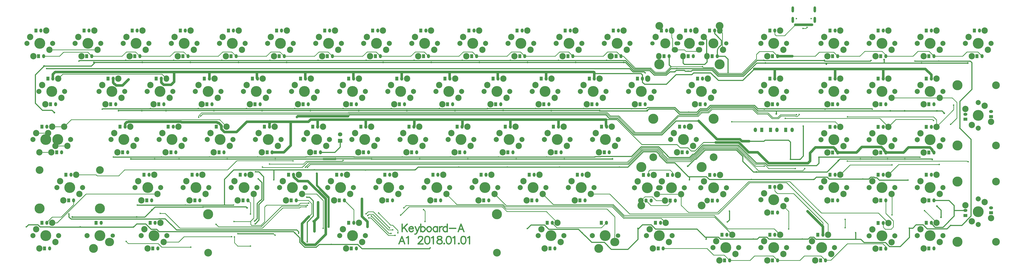
<source format=gtl>
%FSLAX25Y25*%
%MOIN*%
G70*
G01*
G75*
G04 Layer_Physical_Order=1*
G04 Layer_Color=255*
%ADD10C,0.01500*%
%ADD11C,0.03937*%
%ADD12C,0.01000*%
%ADD13C,0.01575*%
%ADD14C,0.03150*%
%ADD15C,0.01400*%
%ADD16C,0.01969*%
%ADD17R,0.04724X0.06300*%
%ADD18O,0.04724X0.06300*%
%ADD19C,0.06689*%
%ADD20O,0.09840X0.08800*%
%ADD21O,0.08661X0.09840*%
%ADD22C,0.16929*%
%ADD23C,0.09840*%
%ADD24C,0.12000*%
%ADD25C,0.15700*%
%ADD26O,0.03937X0.09449*%
%ADD27C,0.02756*%
%ADD28C,0.02362*%
%ADD29O,0.05118X0.07087*%
%ADD30R,0.05118X0.07087*%
%ADD31O,0.07087X0.05906*%
%ADD32R,0.07087X0.05906*%
%ADD33C,0.07874*%
%ADD34C,0.07087*%
%ADD35C,0.13780*%
%ADD36O,0.14000X0.13000*%
%ADD37O,0.06300X0.04724*%
%ADD38R,0.06300X0.04724*%
%ADD39C,0.08661*%
G04:AMPARAMS|DCode=40|XSize=47.24mil|YSize=63mil|CornerRadius=0mil|HoleSize=0mil|Usage=FLASHONLY|Rotation=0.000|XOffset=0mil|YOffset=0mil|HoleType=Round|Shape=Octagon|*
%AMOCTAGOND40*
4,1,8,-0.01181,0.03150,0.01181,0.03150,0.02362,0.01969,0.02362,-0.01969,0.01181,-0.03150,-0.01181,-0.03150,-0.02362,-0.01969,-0.02362,0.01969,-0.01181,0.03150,0.0*
%
%ADD40OCTAGOND40*%

%ADD41O,0.08000X0.09840*%
%ADD42O,0.08661X0.09843*%
%ADD43C,0.06693*%
%ADD44O,0.08661X0.09839*%
%ADD45C,0.15669*%
%ADD46O,0.08661X0.09840*%
%ADD47O,0.09840X0.08661*%
%ADD48C,0.15669*%
%ADD49C,0.02441*%
%ADD50C,0.03150*%
%ADD51C,0.03937*%
D10*
X-108624Y411476D02*
G03*
X-111553Y404405I7071J-7071D01*
G01*
X-71792Y359108D02*
X-53913Y376987D01*
X-109931Y359108D02*
X-71792D01*
X-175777Y368363D02*
X-151239D01*
X-148589Y371013D01*
X-121836D01*
X-109931Y359108D01*
X-230150Y369770D02*
X-228104Y367724D01*
X-301368Y369770D02*
X-230150D01*
X-303102Y371504D02*
X-301368Y369770D01*
X-297859Y305610D02*
X-297767Y305518D01*
X-367590Y305610D02*
X-297859D01*
X-367682Y305518D02*
X-367590Y305610D01*
X-373058Y305518D02*
X-367682D01*
X-373151Y305610D02*
X-373058Y305518D01*
X-517487Y305610D02*
X-373151D01*
X-517580Y305518D02*
X-517487Y305610D01*
X-522956Y305518D02*
X-517580D01*
X-523048Y305610D02*
X-522956Y305518D01*
X-592436Y305610D02*
X-523048D01*
X-592528Y305518D02*
X-592436Y305610D01*
X-597905Y305518D02*
X-592528D01*
X-597997Y305610D02*
X-597905Y305518D01*
X-667385Y305610D02*
X-597997D01*
X-667477Y305518D02*
X-667385Y305610D01*
X-672854Y305518D02*
X-667477D01*
X-672946Y305610D02*
X-672854Y305518D01*
X-684548Y305610D02*
X-672946D01*
X-686811Y303346D02*
X-684548Y305610D01*
X-297767Y305518D02*
X-285296D01*
X-279850Y300072D01*
X-266931D01*
X-241109Y274250D01*
X-197780D01*
X-176090Y295940D01*
X-140625D01*
X-228104Y361929D02*
Y367724D01*
X-186536Y383336D02*
Y396929D01*
Y383336D02*
X-183700Y380500D01*
X-228104Y356354D02*
Y361929D01*
Y356354D02*
X-225050Y353300D01*
X-190839D01*
X-175777Y368363D01*
X-111553Y396929D02*
X-99529D01*
X-94900Y392300D01*
Y370800D02*
Y392300D01*
X-111553Y396929D02*
Y404405D01*
X-108624Y411476D02*
X-105350Y414750D01*
Y421758D01*
X-115717Y432126D02*
X-105350Y421758D01*
X-115717Y432126D02*
Y436929D01*
D11*
X-53913Y376987D02*
X212777D01*
X-111958Y267272D02*
X-76246D01*
X-113962Y262190D02*
X-77845D01*
X-62604Y246949D01*
X-48702D01*
X-758563Y135728D02*
X-747835Y146457D01*
X-758563Y108071D02*
Y135728D01*
Y108071D02*
X-753051Y102559D01*
X-737955D01*
X-721654Y118861D01*
Y174123D01*
X-749499Y201969D02*
X-721654Y174123D01*
X-764648Y201969D02*
X-749499D01*
X-771429Y208750D02*
X-764648Y201969D01*
X-771429Y208750D02*
Y211440D01*
X-771918Y211929D02*
X-771429Y211440D01*
X-805102Y246929D02*
X-787028D01*
X-776416Y257541D01*
Y294605D01*
X-844470D02*
X-776416D01*
X-748505D01*
X-884306Y283268D02*
Y288504D01*
X-1034385Y286929D02*
Y291402D01*
X-1031890Y293898D01*
X-1022334Y294605D02*
Y294605D01*
Y294605D02*
X-954361D01*
X-954361Y294605D01*
X-947294Y294605D02*
Y294605D01*
Y294605D02*
X-946587Y293898D01*
X-891275D01*
X-1031890D02*
X-1030107D01*
X-1029400Y294605D01*
X-1022334D01*
X-954361D02*
X-947294D01*
X-888638Y292835D02*
X-884306Y288504D01*
X-891275Y293898D02*
X-890212Y292835D01*
X-888638D01*
X-884306Y283268D02*
X-879484Y278445D01*
X-860630D01*
X-844470Y294605D01*
X223303Y249508D02*
X226079Y246732D01*
X219747Y254580D02*
X223303Y251024D01*
X186470Y254580D02*
X219747D01*
X223303Y249508D02*
Y251024D01*
X178622Y246732D02*
X186470Y254580D01*
X151079Y246732D02*
X178622D01*
X148303Y249508D02*
X151079Y246732D01*
X144209Y255118D02*
X148303Y251024D01*
X113779Y255118D02*
X144209D01*
X148303Y249508D02*
Y251024D01*
X105394Y246732D02*
X113779Y255118D01*
X76079Y246732D02*
X105394D01*
X73303Y249508D02*
X76079Y246732D01*
X69799Y254528D02*
X73303Y251024D01*
X41523Y254528D02*
X69799D01*
X73303Y249508D02*
Y251024D01*
X33071Y246075D02*
X41523Y254528D01*
X-284856Y287794D02*
X-283992Y286929D01*
X-359073Y297835D02*
X-284856D01*
X-359073Y286971D02*
X-359031Y286929D01*
X-359073Y286971D02*
Y297835D01*
X-433978D02*
X-359073D01*
X-434070Y286929D02*
X-433978Y287021D01*
Y297835D01*
X-508292D02*
X-433978D01*
X-509110Y286929D02*
X-508621Y287418D01*
Y297506D01*
X-508292Y297835D01*
X-583493D02*
X-508292D01*
X-584149Y286929D02*
X-583660Y287418D01*
Y297668D01*
X-583493Y297835D01*
X-659188D02*
X-583493D01*
X-748505Y294605D02*
X-745276Y297835D01*
X-659188D01*
X-809267Y287543D02*
Y292406D01*
X-807480Y294193D01*
X-659188Y286929D02*
Y297835D01*
X-734228Y286929D02*
Y296457D01*
X-765158Y303346D02*
X-686811D01*
X-48702Y246949D02*
X-31576Y229823D01*
X-22736D01*
X29035Y154823D02*
X53016Y130842D01*
X-902800Y372244D02*
X-828879D01*
X-678576D02*
X-603277D01*
X53016Y118228D02*
Y130842D01*
X-21787Y361929D02*
Y376628D01*
X71914Y361929D02*
Y375742D01*
X146914Y361929D02*
Y376165D01*
X221914Y361929D02*
Y367850D01*
X212777Y376987D02*
X221914Y367850D01*
X-378365Y362193D02*
Y372244D01*
X-453565D02*
X-378365D01*
X-453565Y362396D02*
Y372244D01*
X-528667D02*
X-453565D01*
X-528667Y362499D02*
Y372244D01*
X-603277D02*
X-528667D01*
X-603277Y362111D02*
Y372244D01*
X-678576Y362411D02*
Y372244D01*
X-753580D02*
X-678576D01*
X-753580Y362417D02*
Y372244D01*
X-828879D02*
X-753580D01*
X-1028937D02*
X-957874D01*
X-1143307D02*
X-1028937D01*
X-828879Y362717D02*
X-828091Y361929D01*
X-828879Y362717D02*
Y372244D01*
X-1038287Y351181D02*
X-1028937Y360531D01*
X-1048305Y351181D02*
X-1038287D01*
X-1050274Y353150D02*
X-1048305Y351181D01*
X-1053086Y355448D02*
X-1050787Y353150D01*
X-1053086Y355448D02*
Y361929D01*
X-957874Y372244D02*
X-902800D01*
X-957874Y356890D02*
Y372244D01*
X-962500Y352264D02*
X-957874Y356890D01*
X-974389Y352264D02*
X-962500D01*
X-978088Y355843D02*
X-975394Y353150D01*
X-978088Y355843D02*
Y361929D01*
X-903089D02*
X-902800Y362218D01*
Y372244D01*
X-1146787Y361929D02*
Y368764D01*
X-1143307Y372244D01*
X-17583Y396968D02*
X5551D01*
X10236Y445866D02*
X36219D01*
X-665158Y147047D02*
X-656693Y138583D01*
Y130512D02*
Y138583D01*
X-665158Y147047D02*
Y174213D01*
X-733465Y145276D02*
Y168898D01*
X-739173Y139567D02*
X-733465Y145276D01*
X-739173Y123622D02*
Y139173D01*
X-284856Y287794D02*
Y297835D01*
X-140625Y295940D02*
X-111958Y267272D01*
X-73278Y264305D02*
X-61965D01*
X-76246Y267272D02*
X-73278Y264305D01*
X33071Y233314D02*
Y246075D01*
X29580Y229823D02*
X33071Y233314D01*
X-22736Y229823D02*
X29580D01*
X-378365Y372244D02*
X-303842D01*
X-303102Y371504D01*
Y361929D02*
Y371504D01*
D12*
X-133469Y379387D02*
X-118367D01*
X-134582Y380500D02*
X-133469Y379387D01*
X-118367D02*
X-109247Y370267D01*
X-183700Y380500D02*
X-134582D01*
X-239750Y378700D02*
X-215131D01*
X-788583Y160433D02*
X-762991D01*
X-257979Y396929D02*
X-239750Y378700D01*
X-915254Y308513D02*
X-687053D01*
X-297015Y307647D02*
X-296923Y307555D01*
X-368433Y307647D02*
X-297015D01*
X-296275Y309435D02*
X-296183Y309343D01*
X-369174Y309435D02*
X-296275D01*
X-368526Y307555D02*
X-368433Y307647D01*
X-372215Y307555D02*
X-368526D01*
X-372307Y307647D02*
X-372215Y307555D01*
X-518331Y307647D02*
X-372307D01*
X-369266Y309343D02*
X-369174Y309435D01*
X-371474Y309343D02*
X-369266D01*
X-371567Y309435D02*
X-371474Y309343D01*
X-519072Y309435D02*
X-371567D01*
X-518424Y307555D02*
X-518331Y307647D01*
X-522112Y307555D02*
X-518424D01*
X-522205Y307647D02*
X-522112Y307555D01*
X-593280Y307647D02*
X-522205D01*
X-519164Y309343D02*
X-519072Y309435D01*
X-521372Y309343D02*
X-519164D01*
X-521464Y309435D02*
X-521372Y309343D01*
X-594020Y309435D02*
X-521464D01*
X-593372Y307555D02*
X-593280Y307647D01*
X-597061Y307555D02*
X-593372D01*
X-597153Y307647D02*
X-597061Y307555D01*
X-668229Y307647D02*
X-597153D01*
X-594113Y309343D02*
X-594020Y309435D01*
X-596321Y309343D02*
X-594113D01*
X-596413Y309435D02*
X-596321Y309343D01*
X-668969Y309435D02*
X-596413D01*
X-668321Y307555D02*
X-668229Y307647D01*
X-672010Y307555D02*
X-668321D01*
X-672102Y307647D02*
X-672010Y307555D01*
X-685391Y307647D02*
X-672102D01*
X-669062Y309343D02*
X-668969Y309435D01*
X-671270Y309343D02*
X-669062D01*
X-671362Y309435D02*
X-671270Y309343D01*
X-686132Y309435D02*
X-671362D01*
X-687053Y308513D02*
X-686132Y309435D01*
X-686313Y306726D02*
X-685391Y307647D01*
X-913550Y306726D02*
X-686313D01*
X-916535Y303740D02*
X-913550Y306726D01*
X-919685Y304082D02*
X-915254Y308513D01*
X-79720Y256120D02*
X-62321Y238720D01*
X-147115Y241965D02*
X-132960Y256120D01*
X-80460Y254332D02*
X-68185Y242057D01*
X-146374Y240178D02*
X-132220Y254332D01*
X-81201Y252545D02*
X-69972Y241317D01*
X-145634Y238390D02*
X-131479Y252545D01*
X-132960Y256120D02*
X-79720D01*
X-132220Y254332D02*
X-80460D01*
X-131479Y252545D02*
X-81201D01*
X-68185Y241610D02*
X-51772Y225197D01*
X-69972Y240870D02*
Y241317D01*
X-68185Y241610D02*
Y242057D01*
X-62321Y238720D02*
X-62146D01*
X-149095Y241965D02*
X-147115D01*
X-148355Y240178D02*
X-146374D01*
X-147615Y238390D02*
X-145634D01*
X-189622Y232606D02*
X-153399D01*
X-188848Y236888D02*
X-154173D01*
X-196296Y244335D02*
X-188848Y236888D01*
X-196296Y244335D02*
Y246065D01*
X-198083Y243595D02*
Y245325D01*
Y243595D02*
X-189588Y235100D01*
X-153432D01*
X-199871Y242855D02*
X-189622Y232606D01*
X-199871Y242855D02*
Y244585D01*
X-229410Y253550D02*
X-203780D01*
X-228670Y251762D02*
X-204520D01*
X-227929Y249975D02*
X-205261D01*
X-203780Y253550D02*
X-196296Y246065D01*
X-204520Y251762D02*
X-198083Y245325D01*
X-205261Y249975D02*
X-199871Y244585D01*
X-251479Y231480D02*
X-229410Y253550D01*
X-250739Y229693D02*
X-228670Y251762D01*
X-249998Y227906D02*
X-227929Y249975D01*
X-25420Y301378D02*
X-17126D01*
X-32555Y308513D02*
X-25420Y301378D01*
X-26161Y299590D02*
X-16386D01*
X-33296Y306726D02*
X-26161Y299590D01*
X-153399Y232606D02*
X-147615Y238390D01*
X-153432Y235100D02*
X-148355Y240178D01*
X-154173Y236888D02*
X-149095Y241965D01*
X-745913Y227906D02*
X-249998D01*
X-747617Y229693D02*
X-250739D01*
X-750410Y231480D02*
X-251479D01*
X-747835Y146457D02*
X-743504Y150787D01*
X-887074Y297861D02*
X-876142Y286929D01*
X-1129173D02*
X-1118241Y297861D01*
X-887074D01*
X-1148071Y286929D02*
X-1129173D01*
X5551Y396929D02*
X41024D01*
X-62146Y238720D02*
X-51575Y228150D01*
X-37848D01*
X-51772Y225197D02*
X-38386D01*
X-3543Y199606D02*
X61181Y134882D01*
X50591Y152362D02*
X74409D01*
X1559Y201394D02*
X50591Y152362D01*
X61181Y118228D02*
Y134882D01*
X-61417Y199606D02*
X-3543D01*
X-62583Y201394D02*
X1559D01*
X53016Y130842D02*
Y136944D01*
X26772Y440354D02*
X28543Y442126D01*
X-976982Y368988D02*
X-969923Y361929D01*
X-1131563Y368988D02*
X-976982D01*
X-1138622Y361929D02*
X-1131563Y368988D01*
X-6693Y428937D02*
X10236Y445866D01*
X-615846Y131496D02*
X-613637Y129287D01*
X-609154Y124803D01*
X-620442Y133237D02*
X-617587D01*
X-613637Y129287D01*
X-609154Y121260D02*
Y124803D01*
X-639392Y152188D02*
X-620442Y133237D01*
X-623819Y117126D02*
X-613681D01*
X-624084Y125856D02*
X-617224D01*
X-648366Y150138D02*
X-624084Y125856D01*
X-650591Y147638D02*
X-623228Y120276D01*
X-651181Y144488D02*
X-623819Y117126D01*
X-623228Y120276D02*
X-619783D01*
X-647638Y154134D02*
X-622368Y128864D01*
X-591811Y162008D02*
X-446848D01*
X-605000Y148819D02*
X-591811Y162008D01*
X-569095Y157480D02*
X-566831Y155217D01*
Y138878D02*
Y155217D01*
X254488Y331929D02*
X261614Y324803D01*
Y300197D02*
Y324803D01*
X235079Y331929D02*
X254488D01*
X252165Y290748D02*
X261614Y300197D01*
X230079Y286732D02*
X256890Y313543D01*
X166772Y298425D02*
X223425D01*
X225394Y296457D01*
X91535Y302362D02*
X225394D01*
X230079Y297677D01*
Y286732D02*
Y297677D01*
X256890Y313543D02*
Y320472D01*
X160079Y331929D02*
X235079D01*
X155079Y286732D02*
X166772Y298425D01*
X230079Y136929D02*
Y137441D01*
X211417Y156102D02*
X230079Y137441D01*
X-1095236Y181929D02*
X-983819D01*
X-1140236Y136929D02*
X-1095236Y181929D01*
X-1114472Y165221D02*
Y171929D01*
X-1133827Y145866D02*
X-1114472Y165221D01*
X-1147913Y145866D02*
X-1133827D01*
X-1148071Y136929D02*
X-1140236D01*
X-1156236Y137543D02*
X-1147913Y145866D01*
X-1156236Y136929D02*
Y137543D01*
X-860294Y233858D02*
X-773032D01*
X-772679Y233505D01*
X-1078083Y210347D02*
X-1044378D01*
X-1079665Y211929D02*
X-1078083Y210347D01*
X-1110472Y211929D02*
X-1079665D01*
X-1130315Y403346D02*
X-1092757D01*
X-1136732Y396929D02*
X-1130315Y403346D01*
X-1092757D02*
X-1086339Y396929D01*
X-1161323D02*
X-1136732D01*
X-1168071Y246929D02*
X-1149173D01*
X-1173071Y276929D02*
X-1154173D01*
X-1143071Y256929D02*
X-1124173D01*
X-1152323Y406929D02*
X-1077339D01*
X95512Y227362D02*
X160630D01*
X160827Y149213D02*
Y181181D01*
X160079Y181929D02*
X160827Y181181D01*
X171102Y227953D02*
X234449D01*
X155079Y211929D02*
X171102Y227953D01*
X80079Y211929D02*
X95512Y227362D01*
X279134Y231890D02*
X279528Y232283D01*
X278937Y231890D02*
X279134D01*
X277559Y233268D02*
X278937Y231890D01*
X-21787Y430842D02*
X-19882Y428937D01*
X-6693D01*
X-21787Y430842D02*
Y436929D01*
X22199Y440354D02*
X26772D01*
X92664Y300000D02*
X141811D01*
X155079Y286732D01*
X72323Y294488D02*
X80079Y286732D01*
X277480Y403740D02*
X294268D01*
X270669Y396929D02*
X277480Y403740D01*
X201181Y404724D02*
X218283D01*
X193386Y396929D02*
X201181Y404724D01*
X110512Y396929D02*
X118319Y404737D01*
X47244Y403150D02*
X69858D01*
X41024Y396929D02*
X47244Y403150D01*
X294268Y403740D02*
X301079Y396929D01*
X226079D02*
X270669D01*
X218283Y404724D02*
X226079Y396929D01*
X151079D02*
X193386D01*
X151079D02*
Y398880D01*
X145222Y404737D02*
X151079Y398880D01*
X118319Y404737D02*
X145222D01*
X76079Y396929D02*
X110512D01*
X69858Y403150D02*
X76079Y396929D01*
X-24827Y404134D02*
X-17622Y396929D01*
X-336504D02*
X-289259D01*
X-268341Y403750D02*
X-261520Y396929D01*
X-289259D02*
X-282438Y403750D01*
X-268341D01*
X-411487Y396929D02*
X-364242D01*
X-343324Y403750D02*
X-336504Y396929D01*
X-364242D02*
X-357421Y403750D01*
X-343324D01*
X-486471Y396929D02*
X-439226D01*
X-418308Y403750D02*
X-411487Y396929D01*
X-439226D02*
X-432405Y403750D01*
X-418308D01*
X-561454Y396929D02*
X-514209D01*
X-493292Y403750D02*
X-486471Y396929D01*
X-514209D02*
X-507388Y403750D01*
X-493292D01*
X-636438Y396929D02*
X-589193D01*
X-568275Y403750D02*
X-561454Y396929D01*
X-589193D02*
X-582372Y403750D01*
X-568275D01*
X-711421Y396929D02*
X-664177D01*
X-643259Y403750D02*
X-636438Y396929D01*
X-664177D02*
X-657356Y403750D01*
X-643259D01*
X-786405Y396929D02*
X-739160D01*
X-718242Y403750D02*
X-711421Y396929D01*
X-739160D02*
X-732339Y403750D01*
X-718242D01*
X-793226D02*
X-786405Y396929D01*
X-936372D02*
X-889127D01*
X-868209Y403750D02*
X-861388Y396929D01*
X-889127D02*
X-882306Y403750D01*
X-868209D01*
X-1011356Y396929D02*
X-964111D01*
X-943193Y403750D02*
X-936372Y396929D01*
X-964111D02*
X-957290Y403750D01*
X-943193D01*
X-1032274D02*
X-1018177D01*
X-1039095Y396929D02*
X-1032274Y403750D01*
X-1018177D02*
X-1011356Y396929D01*
X-1086339D02*
X-1039095D01*
X85079Y181929D02*
X87598Y179409D01*
X-205541Y181579D02*
X-167932D01*
X87598Y129134D02*
Y142323D01*
X74409Y152362D02*
X78937D01*
X146914Y130251D02*
Y136732D01*
Y130251D02*
X150197Y126969D01*
X159252D01*
X162795Y130512D01*
Y139961D01*
X151079Y151677D02*
X162795Y139961D01*
X151079Y151677D02*
Y171929D01*
X74409Y152362D02*
X115748D01*
X116568D01*
X115748D02*
X139449D01*
X155079Y136732D01*
X-110008Y151016D02*
X-61417Y199606D01*
X-167932Y164389D02*
Y181579D01*
X-110827Y153150D02*
X-62583Y201394D01*
X-230541Y171580D02*
X-224365Y177756D01*
X-212795D01*
X-206619Y171580D01*
X-192932D01*
X-222435D02*
X-214876Y164021D01*
X-188932D01*
X-184826Y168127D01*
Y171580D01*
X-218706Y211579D02*
Y217121D01*
X-216688Y219139D01*
X-184887D01*
X-181097Y215349D01*
Y211579D02*
Y215349D01*
X-92425Y78228D02*
X-60748D01*
X-53740Y85236D01*
X-24630D01*
X-17622Y78228D01*
X17008D01*
X24213Y85433D01*
X49976D01*
X57181Y78228D01*
X57496Y78543D01*
X65551D01*
X91142Y104134D01*
X146457D01*
X151079Y99512D01*
Y96732D02*
Y99512D01*
X-56496Y127559D02*
X-38583D01*
X-56496D02*
X-22953D01*
X-13622Y118228D01*
X-8622Y163031D02*
X-394Y154803D01*
Y127165D02*
Y154803D01*
X7283Y182677D02*
X53016Y136944D01*
X-17913Y182677D02*
X7283D01*
X-21787Y186550D02*
X-17913Y182677D01*
X-21787Y186550D02*
Y193032D01*
X-167932Y164389D02*
X-156693Y153150D01*
X-110827D01*
X-116063Y145866D02*
X-88425Y118228D01*
X-95228Y127559D02*
X-56496D01*
X-198921Y144079D02*
X-191772Y136929D01*
X-116397Y148728D02*
X-95228Y127559D01*
X-248260Y151016D02*
X-110008D01*
X-257414Y144079D02*
X-198921D01*
X-256673Y145866D02*
X-116063D01*
X-257008Y148728D02*
X-116397D01*
X-274587Y163779D02*
X-256673Y145866D01*
X-308622Y181929D02*
X-279173D01*
X-248260Y151016D01*
X-273847Y165567D02*
X-257008Y148728D01*
X-275327Y161992D02*
X-257414Y144079D01*
X-294882Y163779D02*
X-287992D01*
X-274587D01*
X-383644Y181929D02*
X-367282Y165567D01*
X-273847D01*
X-195772Y96929D02*
X-127441D01*
X-117126Y86614D01*
X-100811D01*
X-92425Y78228D01*
X-368637Y136315D02*
Y136929D01*
Y136315D02*
X-361456Y129134D01*
X-292122D01*
X-284327Y136929D01*
X-271445Y107153D02*
X-271220Y106929D01*
X-271445Y107153D02*
Y119318D01*
X-271220Y119542D01*
Y146161D01*
X-283524Y158465D02*
X-271220Y146161D01*
X-439370Y158465D02*
X-406298D01*
X-283524D01*
X-833775Y144256D02*
Y181929D01*
X-842775Y171929D02*
X-838976Y168130D01*
Y150591D02*
Y168130D01*
X-678086Y136929D02*
Y157284D01*
X-816929Y138779D02*
Y161614D01*
X-838524Y134153D02*
Y139508D01*
X-833775Y144256D01*
X-977362Y99016D02*
X-931890D01*
X-1032677Y107874D02*
X-1029540Y104736D01*
X-983083D02*
X-977362Y99016D01*
X-1029540Y104736D02*
X-983083D01*
X-838524Y134153D02*
X-837335Y132965D01*
X-822744D01*
X-816929Y138779D01*
X-820472Y128543D02*
X-788583Y160433D01*
X-888976Y130905D02*
X-822244D01*
X-892520Y134449D02*
X-888976Y130905D01*
X-971850Y151575D02*
X-948819Y128543D01*
X-979528Y151575D02*
X-971850D01*
X-948819Y128543D02*
X-820472D01*
X-819882Y223425D02*
X-758465D01*
X-1044378Y210347D02*
X-1035236Y219488D01*
X-874664D01*
X-860294Y233858D01*
X-820276Y223819D02*
X-819882Y223425D01*
X-807323Y403750D02*
X-793226D01*
X-861388Y396929D02*
X-814144D01*
X-807323Y403750D01*
X-816929Y161614D02*
X-813854Y164689D01*
X-822244Y130905D02*
X-790248Y162902D01*
X-748701Y171929D02*
X-743504Y166732D01*
Y150787D02*
Y166732D01*
X-767753Y171929D02*
X-748701D01*
X-813854Y164689D02*
X-764217D01*
X-761386Y167520D01*
X-748228D01*
X-790248Y162902D02*
X-763476D01*
X-762008Y164370D02*
X-750197D01*
X-763476Y162902D02*
X-762008Y164370D01*
X-762991Y160433D02*
X-762598D01*
X-752559Y162008D02*
X-752362Y161811D01*
X-762598Y160433D02*
X-761024Y162008D01*
X-752559D01*
X-533688Y181929D02*
X-517480Y165722D01*
X-600000Y160236D02*
X-596441Y163795D01*
X-378071Y154528D02*
X-360472Y136929D01*
X-656102Y148425D02*
X-654389Y150138D01*
X-648366D01*
X-655512Y154134D02*
X-647638D01*
X-658858Y150787D02*
X-655512Y154134D01*
X-654724Y144488D02*
X-651181D01*
X92558Y299894D02*
X92664Y300000D01*
X-5709D02*
X-5602Y299894D01*
X92558D01*
X-12993Y305511D02*
X12205D01*
X-17126Y301378D02*
X-12993Y305511D01*
X11182Y303043D02*
X13227D01*
X10501Y303724D02*
X11182Y303043D01*
X-12252Y303724D02*
X10501D01*
X15945Y305760D02*
Y306102D01*
X13227Y303043D02*
X15945Y305760D01*
X-88888Y294488D02*
X72323D01*
X-16386Y299590D02*
X-12252Y303724D01*
X-692732Y171929D02*
X-678086Y157284D01*
X-919685Y301575D02*
Y304082D01*
X-809267Y286929D02*
Y287543D01*
X90945Y233268D02*
X277559D01*
X-756299Y228740D02*
X-751772Y233268D01*
X-758465Y223425D02*
X-750410Y231480D01*
X-809252Y228740D02*
X-756299D01*
X-751772Y233268D02*
X-695472D01*
X-694488Y234252D01*
X-750197Y223622D02*
X-745913Y227906D01*
X-753346Y223622D02*
Y223963D01*
X-747617Y229693D01*
X-758753Y181929D02*
X-736063D01*
X-725591Y128150D02*
Y171457D01*
X-736063Y181929D02*
X-725591Y171457D01*
X28543Y442125D02*
Y442126D01*
X28346Y441928D02*
X28543Y442125D01*
X-119884Y313996D02*
X-56196D01*
X-48926Y306726D01*
X-33296D01*
X-55455Y315783D02*
X-48185Y308513D01*
X-32555D01*
X-120625Y315783D02*
X-55455D01*
X-125240Y308640D02*
X-119884Y313996D01*
X-135630Y308640D02*
X-125240D01*
X-141470Y302800D02*
X-135630Y308640D01*
X-172305Y302800D02*
X-141470D01*
X-142210Y304587D02*
X-136370Y310427D01*
X-125980D01*
X-120625Y315783D01*
X-198818Y276287D02*
X-172305Y302800D01*
X-284452Y307555D02*
X-279006Y302110D01*
X-296923Y307555D02*
X-284452D01*
X-199558Y278075D02*
X-173046Y304587D01*
X-283711Y309343D02*
X-278266Y303897D01*
X-173046Y304587D02*
X-142210D01*
X-296183Y309343D02*
X-283711D01*
X-278266Y303897D02*
X-265347D01*
X-239525Y278075D01*
X-199558D01*
X-279006Y302110D02*
X-266087D01*
X-240265Y276287D01*
X-198818D01*
X-974370Y106929D02*
X-950791D01*
X-942490Y115230D01*
X-868420D01*
X-858780Y100640D02*
X-838780D01*
X-864020Y105880D02*
X-858780Y100640D01*
X-864020Y105880D02*
Y115010D01*
X-839252Y138779D02*
X-838524Y139508D01*
X-864730Y138779D02*
X-839252D01*
X-803170Y120010D02*
X-800640Y117480D01*
X-458666Y181929D02*
X-440516Y163779D01*
X-287992D01*
X-446848Y162008D02*
X-439368Y154528D01*
X-378071D01*
X-446107Y163795D02*
X-440777Y158465D01*
X-406298D01*
X-441777Y161992D02*
X-275327D01*
X-445506Y165722D02*
X-441777Y161992D01*
X-596441Y163795D02*
X-446107D01*
X-517480Y165722D02*
X-445506D01*
X21817Y218413D02*
X24861Y221457D01*
X-37848Y228150D02*
X-31428Y221730D01*
X-69972Y240870D02*
X-47516Y218413D01*
X21817D01*
X-31428Y221730D02*
X9921D01*
X-261520Y396929D02*
X-257979D01*
X-72848Y370267D02*
X-50480Y392635D01*
Y399524D01*
X-45870Y404134D01*
X-24827D01*
X-182536Y425636D02*
Y436929D01*
Y425636D02*
X-181200Y424300D01*
Y410593D02*
Y424300D01*
Y410593D02*
X-177536Y406929D01*
X-215131Y378700D02*
X-208415Y371985D01*
X-177536Y406929D02*
X-162829D01*
X-160400Y404500D01*
X-142350D01*
X-139921Y406929D01*
X-109247Y370267D02*
X-72848D01*
X-103500Y406929D02*
X-102553D01*
X-107553Y436929D02*
X-103500Y432876D01*
Y406929D02*
Y432876D01*
X-192215Y371985D02*
X-183700Y380500D01*
X-208415Y371985D02*
X-192215D01*
D13*
X-174606Y377500D02*
X-119149D01*
X-150375Y375325D02*
X-120050D01*
X-110554Y365830D02*
X-71010D01*
X-109841Y368192D02*
X-71988D01*
X-119149Y377500D02*
X-109841Y368192D01*
X-120050Y375325D02*
X-110554Y365830D01*
X-152100Y373600D02*
X-150375Y375325D01*
X-247991Y377600D02*
X-242854Y372463D01*
X-1156600Y377600D02*
X-247991D01*
X-254717Y387402D02*
X-241953Y374638D01*
X-257319Y387402D02*
X-254717D01*
X-241053Y376813D02*
X-215913D01*
X-254594Y390354D02*
X-241053Y376813D01*
X-78860Y258194D02*
X-61461Y240795D01*
X-147974Y244040D02*
X-133819Y258194D01*
X-78860D01*
X-82060Y250470D02*
X-72047Y240457D01*
X-130620Y250470D02*
X-82060D01*
X-144774Y236316D02*
X-130620Y250470D01*
X-61461Y240795D02*
X-61268D01*
X-72047Y233071D02*
Y240457D01*
X-149955Y244040D02*
X-147974D01*
X-146755Y236316D02*
X-144774D01*
X-157677Y225394D02*
X-146755Y236316D01*
X-190481Y230532D02*
X-178081D01*
X-201945Y241995D02*
X-190481Y230532D01*
X-201945Y241995D02*
Y243725D01*
X-230269Y255624D02*
X-202921D01*
X-189173Y241877D01*
Y241535D02*
Y241877D01*
X-206120Y247900D02*
X-201945Y243725D01*
X-227070Y247900D02*
X-206120D01*
X-245276Y240618D02*
X-230269Y255624D01*
X-250954Y224016D02*
X-227070Y247900D01*
X-186600Y238963D02*
X-155032D01*
X-149955Y244040D01*
X-178081Y230532D02*
X-156605Y209055D01*
X-154528D01*
X-189173Y241535D02*
X-186600Y238963D01*
X-263779Y224016D02*
X-250954D01*
X-292953Y240618D02*
X-245276D01*
X-762106Y106603D02*
X-754519Y99016D01*
X-762106Y106603D02*
Y113484D01*
X-769685Y121063D02*
X-762106Y113484D01*
X-754519Y99016D02*
X-736488D01*
X-732080Y103424D02*
X-712992D01*
X-736488Y99016D02*
X-732080Y103424D01*
X-731397Y188877D02*
X-719192Y176672D01*
X-72047Y233071D02*
X-55315Y216339D01*
X-50697Y230224D02*
X-36988D01*
X-61268Y240795D02*
X-50697Y230224D01*
X-55315Y216339D02*
X-50591D01*
X-36988Y230224D02*
X-33043Y226279D01*
X-865114Y219488D02*
X-802756D01*
X-879724Y204877D02*
X-865114Y219488D01*
X285236Y345276D02*
Y386811D01*
X282677Y389370D02*
X285236Y386811D01*
X-1174134Y367992D02*
X-1160433Y381693D01*
X180905Y236614D02*
X222835D01*
X153740D02*
X180905D01*
X79527D02*
X111417D01*
X-19685Y306890D02*
Y311221D01*
X266535Y284646D02*
Y326575D01*
X180511Y311614D02*
X230709D01*
X158071D02*
X180511D01*
X230709Y162992D02*
X237205Y156496D01*
Y145669D02*
Y156496D01*
X283858Y147441D02*
Y267323D01*
X266535Y284646D02*
X283858Y267323D01*
X269291Y132874D02*
X283858Y147441D01*
X252559Y132874D02*
X269291D01*
X257480Y156166D02*
X275079D01*
X206693Y386417D02*
X278543D01*
X266535Y326575D02*
X285236Y345276D01*
X238583Y311614D02*
X242126Y308071D01*
X230709Y311614D02*
X238583D01*
X124399Y205434D02*
X127389Y208424D01*
X137189Y207204D02*
X140850Y203543D01*
X42873Y208424D02*
X59845D01*
X62834Y205434D01*
X132769Y208424D02*
X133989Y207204D01*
X137189D01*
X127389Y208424D02*
X132769D01*
X140850Y203543D02*
X185827D01*
X257480Y156166D02*
Y163976D01*
Y147441D02*
Y156166D01*
X227902Y129921D02*
X239961D01*
X257480Y147441D01*
X223584Y134239D02*
X227902Y129921D01*
X221914Y136929D02*
X223584Y135259D01*
Y134239D02*
Y135259D01*
X215551Y127559D02*
X246457D01*
X209055Y134055D02*
X215551Y127559D01*
X246457D02*
X251772Y132874D01*
X187598Y128740D02*
X192913D01*
X198228Y134055D02*
X209055D01*
X192913Y128740D02*
X198228Y134055D01*
X249528Y171929D02*
X257480Y163976D01*
X226079Y171929D02*
X249528D01*
X21063Y111733D02*
X30185D01*
X-55118D02*
X-49290D01*
X-107009D02*
X-55118D01*
X-130512Y114764D02*
X-110039D01*
X-128937Y111417D02*
Y114567D01*
X-49290Y111733D02*
X-46301Y114723D01*
X-110039Y114764D02*
X-107009Y111733D01*
X-228150Y133858D02*
X-214516D01*
X38871Y114723D02*
X42177Y111417D01*
X33175Y114723D02*
X38871D01*
X30185Y111733D02*
X33175Y114723D01*
X-143110Y127362D02*
X-130512Y114764D01*
X-401890Y133543D02*
X-380826D01*
X-407480Y127953D02*
X-401890Y133543D01*
X-1121850Y146063D02*
X-1118701Y142913D01*
X-982571D01*
X-982060Y143424D01*
X-1121850Y146063D02*
Y150984D01*
X-1003740Y145866D02*
X-992717Y156890D01*
X-1016339Y145866D02*
X-1003740D01*
X-1116732D02*
X-1016339D01*
X-828740Y143504D02*
Y167126D01*
X-832677Y139567D02*
X-828740Y143504D01*
X-825787Y141142D02*
Y165704D01*
X-818504Y172988D01*
X-987992Y161614D02*
X-912970D01*
X-992717Y156890D02*
X-987992Y161614D01*
X-1015158Y164764D02*
X-940136D01*
X-827441Y239764D02*
X-752402D01*
X-1174134Y323543D02*
Y367992D01*
Y323543D02*
X-1163189Y312598D01*
X-1148229D01*
X-1144685Y309054D01*
X-1160433Y381693D02*
X-1087006D01*
X-1081297Y387402D02*
X-1007677D01*
X-875315Y236614D02*
X-800276D01*
X-823150Y171850D02*
X-821216Y173784D01*
X-831496Y135433D02*
X-825787Y141142D01*
X-824016Y171850D02*
X-823150D01*
X-828740Y167126D02*
X-824016Y171850D01*
X-500118Y236614D02*
X-425079D01*
X-707598Y246929D02*
X-699409Y255118D01*
X-730063Y246929D02*
X-707598D01*
X-699409Y255118D02*
Y264961D01*
X-988386Y236614D02*
X-950354D01*
X-1025394D02*
X-988386D01*
X196457Y389370D02*
X233858D01*
X76968Y234055D02*
X79527Y236614D01*
X148425Y386811D02*
Y391535D01*
X-332337Y387402D02*
X-257319D01*
X-407355D02*
X-332337D01*
X-482373D02*
X-407355D01*
X-557391D02*
X-482373D01*
X-632409D02*
X-557391D01*
X-782444D02*
X-632409D01*
X-932480D02*
X-857462D01*
X-1007677D02*
X-932480D01*
X-377205Y239764D02*
X-302165D01*
X-452244D02*
X-377205D01*
X-527283D02*
X-452244D01*
X-602323D02*
X-527283D01*
X-677362D02*
X-602323D01*
X-902480D02*
X-827441D01*
X-977520D02*
X-902480D01*
X-425079Y236614D02*
X-350039D01*
X-575157D02*
X-500118D01*
X-650197D02*
X-575157D01*
X-950354D02*
X-875315D01*
X-359383Y390354D02*
X-284449D01*
X-1106299Y389370D02*
X-1105315Y390354D01*
X38976Y204528D02*
X42873Y208424D01*
X-128538Y209055D02*
X-124010Y204528D01*
X62834Y205434D02*
X115551D01*
X124399D01*
X-581890Y220079D02*
X-577953Y224016D01*
X-514173D01*
X-438583D01*
X-357283D01*
X-155020Y203937D02*
Y208563D01*
X-154528Y209055D02*
X-128538D01*
X-357283Y224016D02*
X-263779D01*
X-155020Y208563D02*
X-154528Y209055D01*
X42177Y111417D02*
X104207D01*
X112008D01*
X104207D02*
Y121727D01*
X173425Y100000D02*
X187598Y114173D01*
Y128740D01*
X156693Y100000D02*
X173425D01*
X-92716Y141535D02*
Y155315D01*
X-95866Y138386D02*
X-92716Y141535D01*
X59252Y216339D02*
X76968Y234055D01*
X-50591Y216339D02*
X59252D01*
X112008Y111417D02*
X117217Y106209D01*
X150484D01*
X156693Y100000D01*
X-46301Y114723D02*
X-34408D01*
X-31419Y111733D01*
X21063D01*
X-214516Y133858D02*
X-208020Y127362D01*
X-143110D01*
X-380826Y133543D02*
X-374342Y127059D01*
X-327847D01*
X-307283Y106496D02*
X-287598D01*
X-276772Y95669D01*
X-250787D01*
X-235236Y111221D01*
Y126772D01*
X-560039Y96653D02*
X-558858Y97835D01*
X-665158Y96653D02*
X-560039D01*
X-671928Y103424D02*
X-665158Y96653D01*
X-912739Y161845D02*
X-846019D01*
X-844291Y160118D01*
X-638188Y219488D02*
X-596150D01*
X-638188D02*
X-582480D01*
X-581890Y220079D01*
X-124010Y204528D02*
X-58268D01*
X38976D01*
X-712992Y103424D02*
X-671928D01*
X-982060Y143424D02*
X-971967D01*
X-772047Y123425D02*
X-769685Y121063D01*
X-971967Y143424D02*
X-954331Y125787D01*
X-766929D01*
X-1052559Y239764D02*
X-977520D01*
X-821216Y173784D02*
Y199956D01*
X-826772Y205512D02*
X-821216Y199956D01*
X-831299Y216535D02*
X-825984D01*
X-818504Y172988D02*
Y209055D01*
X-825984Y216535D02*
X-818504Y209055D01*
X-940136Y164764D02*
X-879724D01*
X-865114D01*
X-879724D02*
Y204877D01*
X-802756Y203937D02*
Y219488D01*
X-739370D01*
X-857462Y387402D02*
X-782444D01*
X-766929Y125787D02*
X-763976Y122835D01*
Y120472D02*
Y122835D01*
X-751378Y176969D02*
X-746850D01*
X-741142Y171260D01*
X-883924Y390354D02*
X-883530Y390748D01*
X-1033793Y390354D02*
X-1033399Y390748D01*
X-958858Y390354D02*
X-958465Y390748D01*
X-1105315Y390354D02*
X-1033793D01*
X-808990D02*
X-808596Y390748D01*
X-734055Y390354D02*
X-733661Y390748D01*
X-659121Y390354D02*
X-658727Y390748D01*
X-584186Y390354D02*
X-583793Y390748D01*
X-359383Y390354D02*
X-358990Y390748D01*
X-509252Y390354D02*
X-508858Y390748D01*
X-434318Y390354D02*
X-433924Y390748D01*
X-284449Y390354D02*
X-284055Y390748D01*
X-1069882Y314370D02*
X-1069291Y314961D01*
X-800276Y236614D02*
X-725236D01*
X-739370Y219488D02*
X-638188D01*
X-36614Y386417D02*
X57874D01*
X55001Y390434D02*
X55315Y390748D01*
X-1033793Y390354D02*
X-958858D01*
X-883924D01*
X-808990D02*
X-734055D01*
X-883924D02*
X-808990D01*
X-734055D02*
X-659121D01*
X-584186D01*
X55315Y389246D02*
X127041D01*
X-509252Y390354D02*
X-434318D01*
X-359383D01*
X-584186D02*
X-509252D01*
X54921D02*
X55001Y390434D01*
X111417Y236614D02*
X153740D01*
X204331Y239567D02*
X204528Y239370D01*
X-350039Y236614D02*
X-275000D01*
X-293137Y240434D02*
X-292953Y240618D01*
X-301495Y240434D02*
X-293137D01*
X-302165Y239764D02*
X-301495Y240434D01*
X46850Y239173D02*
X47244Y239567D01*
X233858Y389370D02*
X282677D01*
X-469626Y315354D02*
X-469429Y315158D01*
X-1087006Y381693D02*
X-1082086Y386613D01*
X58465Y386417D02*
X206693D01*
X-752402Y239764D02*
X-752205Y239961D01*
X-706693Y236614D02*
X-706496Y236811D01*
X-445319Y312205D02*
X-295079D01*
X-677559Y239961D02*
X-677362Y239764D01*
X-752205Y239961D02*
X-677559D01*
X-695827Y236811D02*
X-695630Y237008D01*
X-650591D02*
X-650394Y236811D01*
X-695630Y237008D02*
X-650591D01*
X-706496Y236811D02*
X-695827D01*
X-1069291Y314961D02*
X-469626D01*
X-1044612Y312205D02*
X-445319D01*
X-750591Y107087D02*
Y137992D01*
X-741142Y147441D01*
Y171260D01*
X-981668Y123425D02*
X-772047D01*
X-985212Y126969D02*
X-981668Y123425D01*
X-1002362Y135433D02*
X-993898Y126969D01*
X-985212D01*
X-1016142Y135433D02*
X-1002362D01*
X-1021063Y130512D02*
X-1016142Y135433D01*
X-1166929Y130512D02*
X-1150839D01*
X-1170276Y133858D02*
X-1166929Y130512D01*
X-1184842Y133858D02*
X-1170276D01*
X-1188189Y130512D02*
X-1184842Y133858D01*
X-327847Y127059D02*
X-307283Y106496D01*
X-1150839Y130512D02*
X-1150761Y130434D01*
X-1021140D01*
X-1021063Y130512D01*
X-234547Y127461D02*
X-228150Y133858D01*
X-170380Y309678D02*
X-155897D01*
X-54596Y317858D02*
X-48352Y311614D01*
X158071D01*
X-53617Y320220D02*
X-48358Y314961D01*
X129528D01*
X-121484Y317858D02*
X-54596D01*
X-122463Y320220D02*
X-53617D01*
X-170705Y306662D02*
X-143070D01*
X-137230Y312502D01*
X-126840D01*
X-121484Y317858D01*
X-155897Y309678D02*
X-143395D01*
X-138208Y314864D01*
X-127818D01*
X-122463Y320220D01*
X-294685Y311614D02*
X-220472D01*
X-469429Y315158D02*
X-221913D01*
X-220220Y316850D01*
X-177552D01*
X-170380Y309678D01*
X-220490Y312220D02*
X-218222Y314488D01*
X-178531D01*
X-170705Y306662D01*
X-858570Y120010D02*
X-803170D01*
X-33043Y226279D02*
X43090D01*
X46850Y230040D01*
Y239173D01*
X47244Y239567D02*
X204331D01*
X2441Y236060D02*
X17380D01*
X22432Y241111D02*
Y287830D01*
X17380Y236060D02*
X22432Y241111D01*
X2441Y236060D02*
Y262899D01*
X-550Y265890D02*
X2441Y262899D01*
X-37220Y265890D02*
X-550D01*
X-38805Y264305D02*
X-37220Y265890D01*
X-61965Y264305D02*
X-38805D01*
X-284449Y390354D02*
X-254594D01*
X-50423Y386417D02*
X-36614D01*
X-71010Y365830D02*
X-50423Y386417D01*
X-49433Y390748D02*
X-38780D01*
X-71988Y368192D02*
X-49433Y390748D01*
X-38780Y390434D02*
X55001D01*
X-241953Y374638D02*
X-217038D01*
X-225463Y372463D02*
X-224000Y371000D01*
X-242854Y372463D02*
X-225463D01*
X-215913Y376813D02*
X-208900Y369800D01*
X-217038Y374638D02*
X-209900Y367500D01*
X-175687Y374892D02*
X-162792D01*
X-161500Y373600D01*
X-156815D01*
X-152100D01*
X-131200Y384300D02*
X-127553Y387947D01*
Y396929D01*
X-132553Y426929D02*
X-128400Y422776D01*
Y397776D02*
Y422776D01*
Y397776D02*
X-127553Y396929D01*
X-177879Y372700D02*
X-175687Y374892D01*
X-184031Y377500D02*
X-174606D01*
X-208900Y369800D02*
X-191731D01*
X-184031Y377500D01*
X-185755Y372700D02*
X-177879D01*
X-209900Y367500D02*
X-190955D01*
X-185755Y372700D01*
X-164921Y386321D02*
Y396929D01*
Y386321D02*
X-162900Y384300D01*
X-131200D01*
D14*
X-735630Y195287D02*
X-717323Y176980D01*
Y130582D02*
X-717259Y130518D01*
X-717323Y130582D02*
Y176980D01*
X-735630Y195287D02*
Y213976D01*
X-725236Y236614D02*
X-706693D01*
D15*
X-174160Y258810D02*
X-169410Y254060D01*
X-157320D01*
X-152170Y248910D01*
X-146321D01*
X-133041Y262190D01*
X-113962D01*
X-284856Y297835D02*
X-267858D01*
X-228833Y258810D01*
X-174160D01*
D16*
X-598567Y103907D02*
X-603065Y115716D01*
X-607564Y103907D01*
X-605877Y107843D02*
X-600254D01*
X-595811Y113466D02*
X-594687Y114029D01*
X-593000Y115716D01*
Y103907D01*
X-577311Y112904D02*
Y113466D01*
X-576749Y114591D01*
X-576187Y115153D01*
X-575062Y115716D01*
X-572813D01*
X-571688Y115153D01*
X-571126Y114591D01*
X-570564Y113466D01*
Y112342D01*
X-571126Y111217D01*
X-572251Y109530D01*
X-577874Y103907D01*
X-570001D01*
X-563985Y115716D02*
X-565672Y115153D01*
X-566796Y113466D01*
X-567358Y110655D01*
Y108968D01*
X-566796Y106156D01*
X-565672Y104469D01*
X-563985Y103907D01*
X-562860D01*
X-561173Y104469D01*
X-560048Y106156D01*
X-559486Y108968D01*
Y110655D01*
X-560048Y113466D01*
X-561173Y115153D01*
X-562860Y115716D01*
X-563985D01*
X-556843Y113466D02*
X-555719Y114029D01*
X-554032Y115716D01*
Y103907D01*
X-545372Y115716D02*
X-547059Y115153D01*
X-547621Y114029D01*
Y112904D01*
X-547059Y111779D01*
X-545934Y111217D01*
X-543685Y110655D01*
X-541998Y110092D01*
X-540874Y108968D01*
X-540311Y107843D01*
Y106156D01*
X-540874Y105032D01*
X-541436Y104469D01*
X-543123Y103907D01*
X-545372D01*
X-547059Y104469D01*
X-547621Y105032D01*
X-548184Y106156D01*
Y107843D01*
X-547621Y108968D01*
X-546497Y110092D01*
X-544810Y110655D01*
X-542561Y111217D01*
X-541436Y111779D01*
X-540874Y112904D01*
Y114029D01*
X-541436Y115153D01*
X-543123Y115716D01*
X-545372D01*
X-537106Y105032D02*
X-537669Y104469D01*
X-537106Y103907D01*
X-536544Y104469D01*
X-537106Y105032D01*
X-530583Y115716D02*
X-532270Y115153D01*
X-533395Y113466D01*
X-533957Y110655D01*
Y108968D01*
X-533395Y106156D01*
X-532270Y104469D01*
X-530583Y103907D01*
X-529459D01*
X-527772Y104469D01*
X-526647Y106156D01*
X-526085Y108968D01*
Y110655D01*
X-526647Y113466D01*
X-527772Y115153D01*
X-529459Y115716D01*
X-530583D01*
X-523442Y113466D02*
X-522318Y114029D01*
X-520631Y115716D01*
Y103907D01*
X-514220Y105032D02*
X-514783Y104469D01*
X-514220Y103907D01*
X-513658Y104469D01*
X-514220Y105032D01*
X-507697Y115716D02*
X-509384Y115153D01*
X-510509Y113466D01*
X-511071Y110655D01*
Y108968D01*
X-510509Y106156D01*
X-509384Y104469D01*
X-507697Y103907D01*
X-506573D01*
X-504886Y104469D01*
X-503761Y106156D01*
X-503199Y108968D01*
Y110655D01*
X-503761Y113466D01*
X-504886Y115153D01*
X-506573Y115716D01*
X-507697D01*
X-500556Y113466D02*
X-499432Y114029D01*
X-497745Y115716D01*
Y103907D01*
X-602559Y134908D02*
Y123100D01*
X-594687Y134908D02*
X-602559Y127036D01*
X-599748Y129848D02*
X-594687Y123100D01*
X-592044Y127599D02*
X-585296D01*
Y128723D01*
X-585858Y129848D01*
X-586421Y130410D01*
X-587545Y130972D01*
X-589232D01*
X-590357Y130410D01*
X-591482Y129285D01*
X-592044Y127599D01*
Y126474D01*
X-591482Y124787D01*
X-590357Y123662D01*
X-589232Y123100D01*
X-587545D01*
X-586421Y123662D01*
X-585296Y124787D01*
X-582203Y130972D02*
X-578830Y123100D01*
X-575456Y130972D02*
X-578830Y123100D01*
X-579954Y120851D01*
X-581079Y119726D01*
X-582203Y119164D01*
X-582766D01*
X-573488Y134908D02*
Y123100D01*
Y129285D02*
X-572363Y130410D01*
X-571238Y130972D01*
X-569552D01*
X-568427Y130410D01*
X-567302Y129285D01*
X-566740Y127599D01*
Y126474D01*
X-567302Y124787D01*
X-568427Y123662D01*
X-569552Y123100D01*
X-571238D01*
X-572363Y123662D01*
X-573488Y124787D01*
X-561398Y130972D02*
X-562523Y130410D01*
X-563647Y129285D01*
X-564210Y127599D01*
Y126474D01*
X-563647Y124787D01*
X-562523Y123662D01*
X-561398Y123100D01*
X-559711D01*
X-558587Y123662D01*
X-557462Y124787D01*
X-556900Y126474D01*
Y127599D01*
X-557462Y129285D01*
X-558587Y130410D01*
X-559711Y130972D01*
X-561398D01*
X-547565D02*
Y123100D01*
Y129285D02*
X-548690Y130410D01*
X-549815Y130972D01*
X-551501D01*
X-552626Y130410D01*
X-553751Y129285D01*
X-554313Y127599D01*
Y126474D01*
X-553751Y124787D01*
X-552626Y123662D01*
X-551501Y123100D01*
X-549815D01*
X-548690Y123662D01*
X-547565Y124787D01*
X-544416Y130972D02*
Y123100D01*
Y127599D02*
X-543854Y129285D01*
X-542729Y130410D01*
X-541605Y130972D01*
X-539918D01*
X-532102Y134908D02*
Y123100D01*
Y129285D02*
X-533226Y130410D01*
X-534351Y130972D01*
X-536038D01*
X-537162Y130410D01*
X-538287Y129285D01*
X-538849Y127599D01*
Y126474D01*
X-538287Y124787D01*
X-537162Y123662D01*
X-536038Y123100D01*
X-534351D01*
X-533226Y123662D01*
X-532102Y124787D01*
X-528953Y128161D02*
X-518831D01*
X-506348Y123100D02*
X-510847Y134908D01*
X-515345Y123100D01*
X-513658Y127036D02*
X-508035D01*
D17*
X-160921Y436929D02*
D03*
X-156815Y396929D02*
D03*
X45181Y118228D02*
D03*
X49287Y78228D02*
D03*
X-292220Y136929D02*
D03*
X-207772Y136929D02*
D03*
X-203665Y96929D02*
D03*
X-376472Y136929D02*
D03*
X-372366Y96929D02*
D03*
X-995370Y136929D02*
D03*
X-991264Y96929D02*
D03*
X-1079622Y136929D02*
D03*
X-1164071Y136929D02*
D03*
X-1159965Y96929D02*
D03*
X214079Y286732D02*
D03*
X218185Y246732D02*
D03*
X-1173323Y436929D02*
D03*
X-1169217Y396929D02*
D03*
X139079Y136732D02*
D03*
X143185Y96732D02*
D03*
X218185Y171929D02*
D03*
X214079Y211929D02*
D03*
X64079Y436929D02*
D03*
X68185Y396929D02*
D03*
X143185D02*
D03*
X139079Y436929D02*
D03*
X218185Y396929D02*
D03*
X214079Y436929D02*
D03*
X218185Y321929D02*
D03*
X214079Y361929D02*
D03*
X143185Y321929D02*
D03*
X139079Y361929D02*
D03*
X64079D02*
D03*
X68185Y321929D02*
D03*
X64079Y286732D02*
D03*
X68185Y246732D02*
D03*
X143185D02*
D03*
X139079Y286732D02*
D03*
X68185Y171929D02*
D03*
X64079Y211929D02*
D03*
X139079D02*
D03*
X143185Y171929D02*
D03*
X289079Y436929D02*
D03*
X293185Y396929D02*
D03*
X-25516Y321929D02*
D03*
X-29622Y361929D02*
D03*
X-25516Y396929D02*
D03*
X-29622Y436929D02*
D03*
X-188932Y211579D02*
D03*
X-184826Y171580D02*
D03*
X218185Y96929D02*
D03*
X214079Y136929D02*
D03*
X-100319Y78228D02*
D03*
X-104425Y118228D02*
D03*
X-29622D02*
D03*
X-25516Y78228D02*
D03*
X-681815Y96929D02*
D03*
X-685921Y136929D02*
D03*
X-742063Y286929D02*
D03*
X-737957Y246929D02*
D03*
X-1141067D02*
D03*
X-1122366Y171929D02*
D03*
X-1126472Y211929D02*
D03*
X-1164071Y286929D02*
D03*
X-1150516Y321929D02*
D03*
X-1154622Y361929D02*
D03*
X-29622Y193032D02*
D03*
X-25516Y153032D02*
D03*
X-119217Y171580D02*
D03*
X-123323Y211579D02*
D03*
X-226541D02*
D03*
X-325516Y171929D02*
D03*
X-329622Y211929D02*
D03*
X-404644D02*
D03*
X-400538Y171929D02*
D03*
X-475560D02*
D03*
X-479666Y211929D02*
D03*
X-554688D02*
D03*
X-550582Y171929D02*
D03*
X-625603D02*
D03*
X-629710Y211929D02*
D03*
X-704732D02*
D03*
X-700625Y171929D02*
D03*
X-775647D02*
D03*
X-779753Y211929D02*
D03*
X-854775D02*
D03*
X-850669Y171929D02*
D03*
X-925691D02*
D03*
X-929797Y211929D02*
D03*
X-1004819D02*
D03*
X-1000713Y171929D02*
D03*
X-166264Y246929D02*
D03*
X-170370Y286929D02*
D03*
X-291827D02*
D03*
X-287720Y246929D02*
D03*
X-362760D02*
D03*
X-366866Y286929D02*
D03*
X-441905D02*
D03*
X-437799Y246929D02*
D03*
X-512839D02*
D03*
X-516945Y286929D02*
D03*
X-591984D02*
D03*
X-587878Y246929D02*
D03*
X-662917D02*
D03*
X-667024Y286929D02*
D03*
X-812996Y246929D02*
D03*
X-817102Y286929D02*
D03*
X-892142D02*
D03*
X-888035Y246929D02*
D03*
X-963075D02*
D03*
X-967181Y286929D02*
D03*
X-1042220D02*
D03*
X-1038114Y246929D02*
D03*
X-142417Y361929D02*
D03*
X-138311Y321929D02*
D03*
X-231833D02*
D03*
X-235939Y361929D02*
D03*
X-310938D02*
D03*
X-306831Y321929D02*
D03*
X-381830D02*
D03*
X-385936Y361929D02*
D03*
X-460934D02*
D03*
X-456828Y321929D02*
D03*
X-531826D02*
D03*
X-535933Y361929D02*
D03*
X-610931D02*
D03*
X-606825Y321929D02*
D03*
X-681823D02*
D03*
X-685929Y361929D02*
D03*
X-760928D02*
D03*
X-756821Y321929D02*
D03*
X-831820D02*
D03*
X-835926Y361929D02*
D03*
X-910925D02*
D03*
X-906818Y321929D02*
D03*
X-981817D02*
D03*
X-985923Y361929D02*
D03*
X-1060921D02*
D03*
X-1056815Y321929D02*
D03*
X-269414Y396929D02*
D03*
X-273520Y436929D02*
D03*
X-348503D02*
D03*
X-344397Y396929D02*
D03*
X-419381D02*
D03*
X-423487Y436929D02*
D03*
X-498471D02*
D03*
X-494364Y396929D02*
D03*
X-569348D02*
D03*
X-573454Y436929D02*
D03*
X-648438D02*
D03*
X-644332Y396929D02*
D03*
X-719315D02*
D03*
X-723421Y436929D02*
D03*
X-798405D02*
D03*
X-794299Y396929D02*
D03*
X-869282D02*
D03*
X-873388Y436929D02*
D03*
X-948372D02*
D03*
X-944266Y396929D02*
D03*
X-1019249D02*
D03*
X-1023356Y436929D02*
D03*
X-1098339D02*
D03*
X-1094233Y396929D02*
D03*
X-123553Y436929D02*
D03*
X-119446Y396929D02*
D03*
X-198536Y436929D02*
D03*
X-194430Y396929D02*
D03*
D18*
X-153086Y436929D02*
D03*
X-148921Y396929D02*
D03*
X53016Y118228D02*
D03*
X57181Y78228D02*
D03*
X-284327Y136929D02*
D03*
X-199936Y136929D02*
D03*
X-195772Y96929D02*
D03*
X-368637Y136929D02*
D03*
X-364472Y96929D02*
D03*
X-987535Y136929D02*
D03*
X-983370Y96929D02*
D03*
X-1071728Y136929D02*
D03*
X-1156236Y136929D02*
D03*
X-1152071Y96929D02*
D03*
X221914Y286732D02*
D03*
X226079Y246732D02*
D03*
X-1165487Y436929D02*
D03*
X-1161323Y396929D02*
D03*
X146914Y136732D02*
D03*
X151079Y96732D02*
D03*
X226079Y171929D02*
D03*
X221914Y211929D02*
D03*
X71914Y436929D02*
D03*
X76079Y396929D02*
D03*
X151079D02*
D03*
X146914Y436929D02*
D03*
X226079Y396929D02*
D03*
X221914Y436929D02*
D03*
X226079Y321929D02*
D03*
X221914Y361929D02*
D03*
X151079Y321929D02*
D03*
X146914Y361929D02*
D03*
X71914D02*
D03*
X76079Y321929D02*
D03*
X71914Y286732D02*
D03*
X76079Y246732D02*
D03*
X151079D02*
D03*
X146914Y286732D02*
D03*
X76079Y171929D02*
D03*
X71914Y211929D02*
D03*
X146914D02*
D03*
X151079Y171929D02*
D03*
X296914Y436929D02*
D03*
X301079Y396929D02*
D03*
X-17622Y321929D02*
D03*
X-21787Y361929D02*
D03*
X-17622Y396929D02*
D03*
X-21787Y436929D02*
D03*
X-181097Y211579D02*
D03*
X-176932Y171580D02*
D03*
X226079Y96929D02*
D03*
X221914Y136929D02*
D03*
X-92425Y78228D02*
D03*
X-96590Y118228D02*
D03*
X-21787D02*
D03*
X-17622Y78228D02*
D03*
X-673921Y96929D02*
D03*
X-678086Y136929D02*
D03*
X-734228Y286929D02*
D03*
X-730063Y246929D02*
D03*
X-1133173D02*
D03*
X-1114472Y171929D02*
D03*
X-1118637Y211929D02*
D03*
X-1156236Y286929D02*
D03*
X-1142622Y321929D02*
D03*
X-1146787Y361929D02*
D03*
X-21787Y193032D02*
D03*
X-17622Y153032D02*
D03*
X-111323Y171580D02*
D03*
X-115488Y211579D02*
D03*
X-218706D02*
D03*
X-214541Y171580D02*
D03*
X-317622Y171929D02*
D03*
X-321787Y211929D02*
D03*
X-396809D02*
D03*
X-392644Y171929D02*
D03*
X-467666D02*
D03*
X-471831Y211929D02*
D03*
X-546852D02*
D03*
X-542688Y171929D02*
D03*
X-617710D02*
D03*
X-621874Y211929D02*
D03*
X-696896D02*
D03*
X-692732Y171929D02*
D03*
X-767753D02*
D03*
X-771918Y211929D02*
D03*
X-846940D02*
D03*
X-842775Y171929D02*
D03*
X-917797D02*
D03*
X-921962Y211929D02*
D03*
X-996984D02*
D03*
X-992819Y171929D02*
D03*
X-158370Y246929D02*
D03*
X-162535Y286929D02*
D03*
X-283992D02*
D03*
X-279827Y246929D02*
D03*
X-354866D02*
D03*
X-359031Y286929D02*
D03*
X-434070D02*
D03*
X-429906Y246929D02*
D03*
X-504945D02*
D03*
X-509110Y286929D02*
D03*
X-584149D02*
D03*
X-579984Y246929D02*
D03*
X-655024D02*
D03*
X-659188Y286929D02*
D03*
X-805102Y246929D02*
D03*
X-809267Y286929D02*
D03*
X-884306D02*
D03*
X-880142Y246929D02*
D03*
X-955181D02*
D03*
X-959346Y286929D02*
D03*
X-1034385D02*
D03*
X-1030221Y246929D02*
D03*
X-134582Y361929D02*
D03*
X-130417Y321929D02*
D03*
X-223939D02*
D03*
X-228104Y361929D02*
D03*
X-303102D02*
D03*
X-298938Y321929D02*
D03*
X-373936D02*
D03*
X-378101Y361929D02*
D03*
X-453099D02*
D03*
X-448934Y321929D02*
D03*
X-523933D02*
D03*
X-528097Y361929D02*
D03*
X-603096D02*
D03*
X-598931Y321929D02*
D03*
X-673930D02*
D03*
X-678094Y361929D02*
D03*
X-753092D02*
D03*
X-748928Y321929D02*
D03*
X-823926D02*
D03*
X-828091Y361929D02*
D03*
X-903089D02*
D03*
X-898925Y321929D02*
D03*
X-973923D02*
D03*
X-978088Y361929D02*
D03*
X-1053086D02*
D03*
X-1048921Y321929D02*
D03*
X-261520Y396929D02*
D03*
X-265685Y436929D02*
D03*
X-340668D02*
D03*
X-336504Y396929D02*
D03*
X-411487D02*
D03*
X-415652Y436929D02*
D03*
X-490635D02*
D03*
X-486471Y396929D02*
D03*
X-561454D02*
D03*
X-565619Y436929D02*
D03*
X-640602D02*
D03*
X-636438Y396929D02*
D03*
X-711421D02*
D03*
X-715586Y436929D02*
D03*
X-790570D02*
D03*
X-786405Y396929D02*
D03*
X-861388D02*
D03*
X-865553Y436929D02*
D03*
X-940537D02*
D03*
X-936372Y396929D02*
D03*
X-1011356D02*
D03*
X-1015520Y436929D02*
D03*
X-1090504D02*
D03*
X-1086339Y396929D02*
D03*
X-115717Y436929D02*
D03*
X-111553Y396929D02*
D03*
X-190701Y436929D02*
D03*
X-186536Y396929D02*
D03*
D19*
X-174921Y416929D02*
D03*
X-134921D02*
D03*
X-1053622Y116929D02*
D03*
X-97553Y416929D02*
D03*
X-212536D02*
D03*
X-172536D02*
D03*
D20*
X-139921Y406929D02*
D03*
D21*
X-164921Y396929D02*
D03*
X-144921Y436929D02*
D03*
X-202536Y396929D02*
D03*
X-182536Y436929D02*
D03*
D22*
X-154921Y416929D02*
D03*
X51181Y98228D02*
D03*
X-286221Y116929D02*
D03*
X-201772Y116929D02*
D03*
X-370472D02*
D03*
X-989370D02*
D03*
X-1073622Y116929D02*
D03*
X-1158071Y116929D02*
D03*
X220079Y266732D02*
D03*
X-1167323Y416929D02*
D03*
X145079Y116732D02*
D03*
X220079Y191929D02*
D03*
X70079Y416929D02*
D03*
X145079D02*
D03*
X220079D02*
D03*
Y341929D02*
D03*
X145079D02*
D03*
X70079D02*
D03*
Y266732D02*
D03*
X145079D02*
D03*
X70079Y191929D02*
D03*
X145079D02*
D03*
X295079Y304528D02*
D03*
X295079Y416929D02*
D03*
X-23622Y341929D02*
D03*
Y416929D02*
D03*
X295079Y154331D02*
D03*
X-182932Y191579D02*
D03*
X220079Y116929D02*
D03*
X-98425Y98228D02*
D03*
X-23622D02*
D03*
X-679921Y116929D02*
D03*
X-736063Y266929D02*
D03*
X-1139173D02*
D03*
X-1120473Y191929D02*
D03*
X-1158071Y266929D02*
D03*
X-1148622Y341929D02*
D03*
X-23622Y173031D02*
D03*
X-117323Y191579D02*
D03*
X-220541D02*
D03*
X-323622Y191929D02*
D03*
X-398644D02*
D03*
X-473666D02*
D03*
X-548688D02*
D03*
X-623710D02*
D03*
X-698732D02*
D03*
X-773753D02*
D03*
X-848775D02*
D03*
X-923797D02*
D03*
X-998819D02*
D03*
X-164370Y266929D02*
D03*
X-285827D02*
D03*
X-360866D02*
D03*
X-435906D02*
D03*
X-510945D02*
D03*
X-585984D02*
D03*
X-661024D02*
D03*
X-811102D02*
D03*
X-886142D02*
D03*
X-961181D02*
D03*
X-1036220D02*
D03*
X-136417Y341929D02*
D03*
X-229939D02*
D03*
X-304938D02*
D03*
X-379936D02*
D03*
X-454934D02*
D03*
X-529933D02*
D03*
X-604931D02*
D03*
X-679929D02*
D03*
X-754928D02*
D03*
X-829926D02*
D03*
X-904925D02*
D03*
X-979923D02*
D03*
X-1054921D02*
D03*
X-267520Y416929D02*
D03*
X-342503D02*
D03*
X-417487D02*
D03*
X-492471D02*
D03*
X-567454D02*
D03*
X-642438D02*
D03*
X-717421D02*
D03*
X-792405D02*
D03*
X-867389D02*
D03*
X-942372D02*
D03*
X-1017356D02*
D03*
X-1092339D02*
D03*
D23*
X-169921Y426929D02*
D03*
X66181Y88228D02*
D03*
X41181Y78228D02*
D03*
X61181Y118228D02*
D03*
X36181Y108228D02*
D03*
X-186772Y106929D02*
D03*
X-211772Y96929D02*
D03*
X-191772Y136929D02*
D03*
X-216772Y126929D02*
D03*
X-355472Y106929D02*
D03*
X-380472Y96929D02*
D03*
X-360472Y136929D02*
D03*
X-385472Y126929D02*
D03*
X-974370Y106929D02*
D03*
X-999370Y96929D02*
D03*
X-979370Y136929D02*
D03*
X-1004370Y126929D02*
D03*
X-1143071Y106929D02*
D03*
X-1168071Y96929D02*
D03*
X-1148071Y136929D02*
D03*
X-1173071Y126929D02*
D03*
X235079Y256732D02*
D03*
X210079Y246732D02*
D03*
X230079Y286732D02*
D03*
X205079Y276732D02*
D03*
X-1152323Y406929D02*
D03*
X-1177323Y396929D02*
D03*
X-1157323Y436929D02*
D03*
X-1182323Y426929D02*
D03*
X160079Y106732D02*
D03*
X135079Y96732D02*
D03*
X155079Y136732D02*
D03*
X130079Y126732D02*
D03*
X205079Y201929D02*
D03*
X230079Y211929D02*
D03*
X210079Y171929D02*
D03*
X235079Y181929D02*
D03*
X85079Y406929D02*
D03*
X60079Y396929D02*
D03*
X80079Y436929D02*
D03*
X55079Y426929D02*
D03*
X130079D02*
D03*
X155079Y436929D02*
D03*
X135079Y396929D02*
D03*
X160079Y406929D02*
D03*
X205079Y426929D02*
D03*
X230079Y436929D02*
D03*
X210079Y396929D02*
D03*
X235079Y406929D02*
D03*
X205079Y351929D02*
D03*
X230079Y361929D02*
D03*
X210079Y321929D02*
D03*
X235079Y331929D02*
D03*
X130079Y351929D02*
D03*
X155079Y361929D02*
D03*
X135079Y321929D02*
D03*
X160079Y331929D02*
D03*
X85079D02*
D03*
X60079Y321929D02*
D03*
X80079Y361929D02*
D03*
X55079Y351929D02*
D03*
X85079Y256732D02*
D03*
X60079Y246732D02*
D03*
X80079Y286732D02*
D03*
X55079Y276732D02*
D03*
X130079D02*
D03*
X155079Y286732D02*
D03*
X135079Y246732D02*
D03*
X160079Y256732D02*
D03*
X55079Y201929D02*
D03*
X80079Y211929D02*
D03*
X60079Y171929D02*
D03*
X85079Y181929D02*
D03*
X160079D02*
D03*
X135079Y171929D02*
D03*
X155079Y211929D02*
D03*
X130079Y201929D02*
D03*
X285079Y289528D02*
D03*
X275079Y314528D02*
D03*
X315079Y294528D02*
D03*
X305079Y319528D02*
D03*
X310079Y406929D02*
D03*
X285079Y396929D02*
D03*
X305079Y436929D02*
D03*
X280079Y426929D02*
D03*
X-38622Y351929D02*
D03*
X-13622Y361929D02*
D03*
X-33622Y321929D02*
D03*
X-8622Y331929D02*
D03*
X-38622Y426929D02*
D03*
X-13622Y436929D02*
D03*
X-33622Y396929D02*
D03*
X-8622Y406929D02*
D03*
X305079Y169331D02*
D03*
X315079Y144331D02*
D03*
X275079Y164331D02*
D03*
X285079Y139331D02*
D03*
X-167932Y181579D02*
D03*
X-192932Y171580D02*
D03*
X-172932Y211579D02*
D03*
X-197932Y201579D02*
D03*
X205079Y126929D02*
D03*
X230079Y136929D02*
D03*
X210079Y96929D02*
D03*
X235079Y106929D02*
D03*
X-113425Y108228D02*
D03*
X-88425Y118228D02*
D03*
X-108425Y78228D02*
D03*
X-83425Y88228D02*
D03*
X-8622D02*
D03*
X-33622Y78228D02*
D03*
X-13622Y118228D02*
D03*
X-38622Y108228D02*
D03*
X-694921Y126929D02*
D03*
X-669921Y136929D02*
D03*
X-689921Y96929D02*
D03*
X-664921Y106929D02*
D03*
X-721063Y256929D02*
D03*
X-746063Y246929D02*
D03*
X-726063Y286929D02*
D03*
X-751063Y276929D02*
D03*
X-1154173D02*
D03*
X-1129173Y286929D02*
D03*
X-1149173Y246929D02*
D03*
X-1124173Y256929D02*
D03*
X-1135472Y201929D02*
D03*
X-1110472Y211929D02*
D03*
X-1130472Y171929D02*
D03*
X-1105472Y181929D02*
D03*
X-1143071Y256929D02*
D03*
X-1168071Y246929D02*
D03*
X-1148071Y286929D02*
D03*
X-1173071Y276929D02*
D03*
X-1163622Y351929D02*
D03*
X-1138622Y361929D02*
D03*
X-1158622Y321929D02*
D03*
X-1133622Y331929D02*
D03*
X-8622Y163031D02*
D03*
X-33622Y153032D02*
D03*
X-13622Y193032D02*
D03*
X-38622Y183031D02*
D03*
X-132323Y201579D02*
D03*
X-107323Y211579D02*
D03*
X-102323Y181579D02*
D03*
X-205541D02*
D03*
X-210541Y211579D02*
D03*
X-235541Y201579D02*
D03*
X-338622Y201929D02*
D03*
X-313622Y211929D02*
D03*
X-333622Y171929D02*
D03*
X-308622Y181929D02*
D03*
X-383644D02*
D03*
X-408644Y171929D02*
D03*
X-388644Y211929D02*
D03*
X-413644Y201929D02*
D03*
X-488666D02*
D03*
X-463666Y211929D02*
D03*
X-483666Y171929D02*
D03*
X-458666Y181929D02*
D03*
X-533688D02*
D03*
X-558688Y171929D02*
D03*
X-538688Y211929D02*
D03*
X-563688Y201929D02*
D03*
X-638710D02*
D03*
X-613710Y211929D02*
D03*
X-633710Y171929D02*
D03*
X-608710Y181929D02*
D03*
X-683732D02*
D03*
X-708732Y171929D02*
D03*
X-688731Y211929D02*
D03*
X-713731Y201929D02*
D03*
X-788753D02*
D03*
X-763753Y211929D02*
D03*
X-783753Y171929D02*
D03*
X-758753Y181929D02*
D03*
X-833775D02*
D03*
X-858775Y171929D02*
D03*
X-838775Y211929D02*
D03*
X-863775Y201929D02*
D03*
X-938797D02*
D03*
X-913797Y211929D02*
D03*
X-933797Y171929D02*
D03*
X-908797Y181929D02*
D03*
X-983819D02*
D03*
X-1008819Y171929D02*
D03*
X-988819Y211929D02*
D03*
X-1013819Y201929D02*
D03*
X-179370Y276929D02*
D03*
X-154370Y286929D02*
D03*
X-174370Y246929D02*
D03*
X-149370Y256929D02*
D03*
X-270827D02*
D03*
X-295827Y246929D02*
D03*
X-275827Y286929D02*
D03*
X-300827Y276929D02*
D03*
X-375866D02*
D03*
X-350866Y286929D02*
D03*
X-370866Y246929D02*
D03*
X-345866Y256929D02*
D03*
X-420905D02*
D03*
X-445905Y246929D02*
D03*
X-425906Y286929D02*
D03*
X-450906Y276929D02*
D03*
X-525945D02*
D03*
X-500945Y286929D02*
D03*
X-520945Y246929D02*
D03*
X-495945Y256929D02*
D03*
X-570984D02*
D03*
X-595984Y246929D02*
D03*
X-575984Y286929D02*
D03*
X-600984Y276929D02*
D03*
X-676024D02*
D03*
X-651024Y286929D02*
D03*
X-671024Y246929D02*
D03*
X-646024Y256929D02*
D03*
X-826102Y276929D02*
D03*
X-801102Y286929D02*
D03*
X-821102Y246929D02*
D03*
X-796102Y256929D02*
D03*
X-871142D02*
D03*
X-896142Y246929D02*
D03*
X-876142Y286929D02*
D03*
X-901142Y276929D02*
D03*
X-976181D02*
D03*
X-951181Y286929D02*
D03*
X-971181Y246929D02*
D03*
X-946181Y256929D02*
D03*
X-1021220D02*
D03*
X-1046220Y246929D02*
D03*
X-1026221Y286929D02*
D03*
X-1051221Y276929D02*
D03*
X-121417Y331929D02*
D03*
X-146417Y321929D02*
D03*
X-126417Y361929D02*
D03*
X-151417Y351929D02*
D03*
X-244939D02*
D03*
X-239939Y321929D02*
D03*
X-214939Y331929D02*
D03*
X-289938D02*
D03*
X-314938Y321929D02*
D03*
X-294938Y361929D02*
D03*
X-319938Y351929D02*
D03*
X-394936D02*
D03*
X-369936Y361929D02*
D03*
X-389936Y321929D02*
D03*
X-364936Y331929D02*
D03*
X-439934D02*
D03*
X-464934Y321929D02*
D03*
X-444934Y361929D02*
D03*
X-469934Y351929D02*
D03*
X-544933D02*
D03*
X-519933Y361929D02*
D03*
X-539933Y321929D02*
D03*
X-514933Y331929D02*
D03*
X-589931D02*
D03*
X-614931Y321929D02*
D03*
X-594931Y361929D02*
D03*
X-619931Y351929D02*
D03*
X-694930D02*
D03*
X-669930Y361929D02*
D03*
X-689929Y321929D02*
D03*
X-664929Y331929D02*
D03*
X-739928D02*
D03*
X-764928Y321929D02*
D03*
X-744928Y361929D02*
D03*
X-769928Y351929D02*
D03*
X-844926D02*
D03*
X-819926Y361929D02*
D03*
X-839926Y321929D02*
D03*
X-814926Y331929D02*
D03*
X-889925D02*
D03*
X-914925Y321929D02*
D03*
X-894925Y361929D02*
D03*
X-919925Y351929D02*
D03*
X-994923D02*
D03*
X-989923Y321929D02*
D03*
X-964923Y331929D02*
D03*
X-1039921D02*
D03*
X-1064921Y321929D02*
D03*
X-1044921Y361929D02*
D03*
X-1069921Y351929D02*
D03*
X-282520Y426929D02*
D03*
X-257520Y436929D02*
D03*
X-277520Y396929D02*
D03*
X-252520Y406929D02*
D03*
X-327503D02*
D03*
X-352503Y396929D02*
D03*
X-332504Y436929D02*
D03*
X-357504Y426929D02*
D03*
X-432487D02*
D03*
X-407487Y436929D02*
D03*
X-427487Y396929D02*
D03*
X-402487Y406929D02*
D03*
X-477471D02*
D03*
X-502471Y396929D02*
D03*
X-482471Y436929D02*
D03*
X-507471Y426929D02*
D03*
X-582454D02*
D03*
X-557454Y436929D02*
D03*
X-577454Y396929D02*
D03*
X-552454Y406929D02*
D03*
X-627438D02*
D03*
X-652438Y396929D02*
D03*
X-632438Y436929D02*
D03*
X-657438Y426929D02*
D03*
X-732421D02*
D03*
X-707421Y436929D02*
D03*
X-727421Y396929D02*
D03*
X-702421Y406929D02*
D03*
X-777405D02*
D03*
X-802405Y396929D02*
D03*
X-782405Y436929D02*
D03*
X-807405Y426929D02*
D03*
X-882388D02*
D03*
X-857388Y436929D02*
D03*
X-877388Y396929D02*
D03*
X-852388Y406929D02*
D03*
X-927372D02*
D03*
X-952372Y396929D02*
D03*
X-932372Y436929D02*
D03*
X-957372Y426929D02*
D03*
X-1032356D02*
D03*
X-1007356Y436929D02*
D03*
X-1027356Y396929D02*
D03*
X-1002356Y406929D02*
D03*
X-1077339D02*
D03*
X-1102339Y396929D02*
D03*
X-1082339Y436929D02*
D03*
X-1107339Y426929D02*
D03*
X-102553Y406929D02*
D03*
X-132553Y426929D02*
D03*
X-207536D02*
D03*
D24*
X-1167472Y219429D02*
D03*
X-1073472D02*
D03*
X322579Y107331D02*
D03*
Y201331D02*
D03*
Y257528D02*
D03*
Y351528D02*
D03*
X-107921Y444429D02*
D03*
X-201921D02*
D03*
X-229932Y164080D02*
D03*
X-135932D02*
D03*
X-211370Y239429D02*
D03*
X-117370D02*
D03*
X-454921Y90428D02*
D03*
X-904921D02*
D03*
D25*
X-1167472Y159429D02*
D03*
X-1073472D02*
D03*
X262579Y107331D02*
D03*
Y201331D02*
D03*
Y257528D02*
D03*
Y351528D02*
D03*
X-107921Y384429D02*
D03*
X-201921D02*
D03*
X-229932Y224080D02*
D03*
X-135932D02*
D03*
X-211370Y299429D02*
D03*
X-117370D02*
D03*
X-454921Y150428D02*
D03*
X-904921D02*
D03*
D26*
X6239Y470052D02*
D03*
X40294D02*
D03*
X6239Y453595D02*
D03*
X40294D02*
D03*
D27*
Y470052D02*
D03*
D03*
Y469659D02*
D03*
Y469265D02*
D03*
Y468871D02*
D03*
Y468477D02*
D03*
Y468084D02*
D03*
Y467690D02*
D03*
Y472414D02*
D03*
Y472021D02*
D03*
Y471627D02*
D03*
Y471233D02*
D03*
Y470840D02*
D03*
Y470446D02*
D03*
Y470052D02*
D03*
D03*
X6239D02*
D03*
D03*
Y469659D02*
D03*
Y469265D02*
D03*
Y468871D02*
D03*
Y468477D02*
D03*
Y468084D02*
D03*
Y467690D02*
D03*
Y472414D02*
D03*
Y472021D02*
D03*
Y471627D02*
D03*
Y471233D02*
D03*
Y470840D02*
D03*
Y470446D02*
D03*
Y470052D02*
D03*
D03*
X40294Y453595D02*
D03*
D03*
Y453202D02*
D03*
Y452808D02*
D03*
Y452414D02*
D03*
Y452021D02*
D03*
Y451627D02*
D03*
Y451233D02*
D03*
Y450840D02*
D03*
Y456351D02*
D03*
Y455958D02*
D03*
Y455564D02*
D03*
Y455170D02*
D03*
Y454777D02*
D03*
Y454383D02*
D03*
Y453989D02*
D03*
Y453595D02*
D03*
D03*
X6239D02*
D03*
D03*
Y453989D02*
D03*
Y454383D02*
D03*
Y454777D02*
D03*
Y455170D02*
D03*
Y455564D02*
D03*
Y455958D02*
D03*
Y456351D02*
D03*
Y450840D02*
D03*
Y451233D02*
D03*
Y451627D02*
D03*
Y452021D02*
D03*
Y452414D02*
D03*
Y452808D02*
D03*
Y453202D02*
D03*
Y453595D02*
D03*
D03*
X-220490Y312220D02*
D03*
X-19685Y306890D02*
D03*
X180905Y236614D02*
D03*
X180511Y311614D02*
D03*
X230709Y162992D02*
D03*
X242126Y308071D02*
D03*
X230709Y311614D02*
D03*
X158071D02*
D03*
X237205Y145669D02*
D03*
X-1016339Y145866D02*
D03*
X-992717Y156890D02*
D03*
X-1116732Y145866D02*
D03*
X-1144685Y309054D02*
D03*
X-1160433Y381693D02*
D03*
X278740Y386221D02*
D03*
X153740Y236614D02*
D03*
X223425Y236024D02*
D03*
X76968Y234055D02*
D03*
X-988386Y236614D02*
D03*
X-1008268Y311811D02*
D03*
X206693Y386417D02*
D03*
X148425Y391535D02*
D03*
X58465Y384646D02*
D03*
X-36614Y386417D02*
D03*
X-912970Y161614D02*
D03*
X-275000Y236614D02*
D03*
X-350039D02*
D03*
X-425079D02*
D03*
X-500118D02*
D03*
X-575157D02*
D03*
X-650197D02*
D03*
X-725236D02*
D03*
X-800276D02*
D03*
X-875315D02*
D03*
X-950354D02*
D03*
X-1025394D02*
D03*
X-1044612Y311811D02*
D03*
X-670166Y312008D02*
D03*
X-595217D02*
D03*
X-520268D02*
D03*
X-257319Y387402D02*
D03*
X-332337D02*
D03*
X-407355D02*
D03*
X-482373D02*
D03*
X-557391D02*
D03*
X-632409D02*
D03*
X-782444D02*
D03*
X-857462D02*
D03*
X-932480D02*
D03*
X-1007677D02*
D03*
X-1082874D02*
D03*
X-50591Y216339D02*
D03*
X-157677Y225394D02*
D03*
X-844291Y160118D02*
D03*
X-970748Y312008D02*
D03*
X-895800D02*
D03*
X-745705D02*
D03*
X-820851D02*
D03*
X111417Y236614D02*
D03*
X-706496Y236811D02*
D03*
X-370370Y312008D02*
D03*
X-295079Y312008D02*
D03*
X-445319Y312205D02*
D03*
D28*
X11898Y455512D02*
D03*
X34646Y455512D02*
D03*
X-244779Y314961D02*
D03*
X-831299Y216535D02*
D03*
X5551Y376673D02*
D03*
X36222Y445888D02*
D03*
X15945Y306102D02*
D03*
X-609154Y121260D02*
D03*
X-613681Y117126D02*
D03*
X-617224Y125856D02*
D03*
X-619783Y120276D02*
D03*
X-622368Y128864D02*
D03*
X-605000Y148819D02*
D03*
X-566831Y138878D02*
D03*
X252165Y290748D02*
D03*
X225394Y296457D02*
D03*
X266535Y284646D02*
D03*
X256890Y320472D02*
D03*
X115551Y205434D02*
D03*
X185827Y203543D02*
D03*
X211417Y156102D02*
D03*
X252559Y132874D02*
D03*
X104207Y121727D02*
D03*
X-128937Y111417D02*
D03*
X-55118Y111733D02*
D03*
X21063D02*
D03*
X187598Y128740D02*
D03*
X-407480Y127953D02*
D03*
X-1121850Y150984D02*
D03*
X-1032677Y107874D02*
D03*
X-1021063Y130512D02*
D03*
X-1104134D02*
D03*
X-772679Y233505D02*
D03*
X-831496Y135433D02*
D03*
X-832677Y139567D02*
D03*
X-38386Y225197D02*
D03*
X24861Y221457D02*
D03*
X-639392Y152188D02*
D03*
X196457Y389370D02*
D03*
X233858D02*
D03*
X46850Y239173D02*
D03*
X128937Y239370D02*
D03*
X204528D02*
D03*
X234449Y227953D02*
D03*
X160630Y227362D02*
D03*
X279528Y232283D02*
D03*
X90945Y233268D02*
D03*
X-394Y127165D02*
D03*
X87598Y129134D02*
D03*
X160827Y149213D02*
D03*
X22199Y440354D02*
D03*
X10236Y445866D02*
D03*
X91535Y302362D02*
D03*
X-5709Y300000D02*
D03*
X-88888Y294685D02*
D03*
X-865114Y164764D02*
D03*
X-940136D02*
D03*
X-1015158D02*
D03*
X-302165Y239764D02*
D03*
X-377205D02*
D03*
X-452244D02*
D03*
X-527283D02*
D03*
X-602323D02*
D03*
X-677362D02*
D03*
X-752402D02*
D03*
X-977520D02*
D03*
X-1052559D02*
D03*
X-995055Y315354D02*
D03*
X-920106D02*
D03*
X-845158D02*
D03*
X-694472D02*
D03*
X-619523D02*
D03*
X-544575D02*
D03*
X-469626D02*
D03*
X-394677D02*
D03*
X-319728D02*
D03*
X-38217Y314370D02*
D03*
X56299D02*
D03*
X130118D02*
D03*
X-1069882D02*
D03*
X-38780Y390748D02*
D03*
X55315D02*
D03*
X128150Y390354D02*
D03*
X-1033399Y390748D02*
D03*
X-958465D02*
D03*
X-883530D02*
D03*
X-808596D02*
D03*
X-733661D02*
D03*
X-658727D02*
D03*
X-583793D02*
D03*
X-508858D02*
D03*
X-433924D02*
D03*
X-358990D02*
D03*
X-284055D02*
D03*
X-1106299Y389370D02*
D03*
X-581890Y220079D02*
D03*
X-514173Y224016D02*
D03*
X-438583D02*
D03*
X-357283D02*
D03*
X-263779D02*
D03*
X-155020Y203937D02*
D03*
X-189173Y241535D02*
D03*
X38976Y204528D02*
D03*
X-58268D02*
D03*
X87598Y142323D02*
D03*
X-95866Y138386D02*
D03*
X-92716Y155315D02*
D03*
X-235236Y128150D02*
D03*
X-600000Y160236D02*
D03*
X-558858Y97835D02*
D03*
X-712992Y103424D02*
D03*
X-838976Y150591D02*
D03*
X-659646Y219291D02*
D03*
X-739370Y219488D02*
D03*
X-802756Y203937D02*
D03*
X-931890Y99016D02*
D03*
X-763976Y120472D02*
D03*
X-892520Y134449D02*
D03*
X-979528Y151575D02*
D03*
X-826772Y205512D02*
D03*
X-820276Y223819D02*
D03*
X-827441Y239764D02*
D03*
X-809252Y228740D02*
D03*
X-747835Y146457D02*
D03*
X-769685Y121063D02*
D03*
X-750591Y107087D02*
D03*
X-748228Y167520D02*
D03*
X-750197Y164370D02*
D03*
X-752362Y161811D02*
D03*
X-751378Y176969D02*
D03*
X-770012Y315354D02*
D03*
X-569095Y157480D02*
D03*
X-322244Y121653D02*
D03*
X-650591Y147638D02*
D03*
X-656102Y148425D02*
D03*
X-658858Y150787D02*
D03*
X-654724Y144488D02*
D03*
X-725591Y128150D02*
D03*
X12205Y305511D02*
D03*
X-902480Y239764D02*
D03*
X-916535Y303740D02*
D03*
X-919685Y301575D02*
D03*
X-838780Y100640D02*
D03*
X-694488Y234252D02*
D03*
X-753346Y223622D02*
D03*
X-750197D02*
D03*
X-1188189Y130512D02*
D03*
X28346Y441928D02*
D03*
X-155897Y309678D02*
D03*
X-868420Y115230D02*
D03*
X-864020Y115010D02*
D03*
X-864730Y138779D02*
D03*
X-858570Y120010D02*
D03*
X-800640Y117480D02*
D03*
X9921Y221730D02*
D03*
D29*
X5028Y282087D02*
D03*
X-18692D02*
D03*
X-52413D02*
D03*
D30*
X-4972D02*
D03*
X-28692D02*
D03*
X-42413D02*
D03*
D31*
X-699409Y274961D02*
D03*
D32*
Y264961D02*
D03*
D33*
X31181Y98228D02*
D03*
X71181D02*
D03*
X-306221Y116929D02*
D03*
X-221772Y116929D02*
D03*
X-181772D02*
D03*
X-390472D02*
D03*
X-350472D02*
D03*
X-1009370D02*
D03*
X-969370D02*
D03*
X-1093622Y116929D02*
D03*
X-1178071Y116929D02*
D03*
X-1138071D02*
D03*
X200079Y266732D02*
D03*
X240079D02*
D03*
X-1187323Y416929D02*
D03*
X-1147323D02*
D03*
X125079Y116732D02*
D03*
X165079D02*
D03*
X240079Y191929D02*
D03*
X200079D02*
D03*
X50079Y416929D02*
D03*
X90079D02*
D03*
X165079D02*
D03*
X125079D02*
D03*
X240079D02*
D03*
X200079D02*
D03*
X240079Y341929D02*
D03*
X200079D02*
D03*
X165079D02*
D03*
X125079D02*
D03*
X50079D02*
D03*
X90079D02*
D03*
X50079Y266732D02*
D03*
X90079D02*
D03*
X165079D02*
D03*
X125079D02*
D03*
X90079Y191929D02*
D03*
X50079D02*
D03*
X125079D02*
D03*
X165079D02*
D03*
X295079Y324528D02*
D03*
Y284528D02*
D03*
X275079Y416929D02*
D03*
X315079D02*
D03*
X-3622Y341929D02*
D03*
X-43622D02*
D03*
X-3622Y416929D02*
D03*
X-43622D02*
D03*
X295079Y134331D02*
D03*
Y174331D02*
D03*
X-202932Y191579D02*
D03*
X-162932D02*
D03*
X240079Y116929D02*
D03*
X200079D02*
D03*
X-78425Y98228D02*
D03*
X-118425D02*
D03*
X-43622D02*
D03*
X-3622D02*
D03*
X-659921Y116929D02*
D03*
X-699921D02*
D03*
X-756063Y266929D02*
D03*
X-716063D02*
D03*
X-1119173D02*
D03*
X-1159173D02*
D03*
X-1100473Y191929D02*
D03*
X-1140473D02*
D03*
X-1178071Y266929D02*
D03*
X-1138071D02*
D03*
X-1128622Y341929D02*
D03*
X-1168622D02*
D03*
X-43622Y173031D02*
D03*
X-3622D02*
D03*
X-97323Y191579D02*
D03*
X-137323D02*
D03*
X-240541D02*
D03*
X-200541D02*
D03*
X-303622Y191929D02*
D03*
X-343622D02*
D03*
X-418644D02*
D03*
X-378644D02*
D03*
X-453666D02*
D03*
X-493666D02*
D03*
X-568688D02*
D03*
X-528688D02*
D03*
X-603710D02*
D03*
X-643710D02*
D03*
X-718731D02*
D03*
X-678731D02*
D03*
X-753753D02*
D03*
X-793753D02*
D03*
X-868775D02*
D03*
X-828775D02*
D03*
X-903797D02*
D03*
X-943797D02*
D03*
X-1018819D02*
D03*
X-978819D02*
D03*
X-144370Y266929D02*
D03*
X-184370D02*
D03*
X-305827D02*
D03*
X-265827D02*
D03*
X-340866D02*
D03*
X-380866D02*
D03*
X-455905D02*
D03*
X-415906D02*
D03*
X-490945D02*
D03*
X-530945D02*
D03*
X-605984D02*
D03*
X-565984D02*
D03*
X-641024D02*
D03*
X-681024D02*
D03*
X-791102D02*
D03*
X-831102D02*
D03*
X-906142D02*
D03*
X-866142D02*
D03*
X-941181D02*
D03*
X-981181D02*
D03*
X-1056221D02*
D03*
X-1016220D02*
D03*
X-156417Y341929D02*
D03*
X-116417D02*
D03*
X-209939D02*
D03*
X-249939D02*
D03*
X-324938D02*
D03*
X-284938D02*
D03*
X-359936D02*
D03*
X-399936D02*
D03*
X-474934D02*
D03*
X-434934D02*
D03*
X-509933D02*
D03*
X-549933D02*
D03*
X-624931D02*
D03*
X-584931D02*
D03*
X-659930D02*
D03*
X-699930D02*
D03*
X-774928D02*
D03*
X-734928D02*
D03*
X-809926D02*
D03*
X-849926D02*
D03*
X-924925D02*
D03*
X-884925D02*
D03*
X-959923D02*
D03*
X-999923D02*
D03*
X-1074921D02*
D03*
X-1034921D02*
D03*
X-247520Y416929D02*
D03*
X-287520D02*
D03*
X-362504D02*
D03*
X-322503D02*
D03*
X-397487D02*
D03*
X-437487D02*
D03*
X-512471D02*
D03*
X-472471D02*
D03*
X-547454D02*
D03*
X-587454D02*
D03*
X-662438D02*
D03*
X-622438D02*
D03*
X-697421D02*
D03*
X-737421D02*
D03*
X-812405D02*
D03*
X-772405D02*
D03*
X-847388D02*
D03*
X-887389D02*
D03*
X-962372D02*
D03*
X-922372D02*
D03*
X-997356D02*
D03*
X-1037356D02*
D03*
X-1112339D02*
D03*
X-1072339D02*
D03*
D34*
X-266220Y116929D02*
D03*
D35*
X-296220Y96929D02*
D03*
X-1083622D02*
D03*
D36*
X-271220Y106929D02*
D03*
X-1058622D02*
D03*
D37*
X315079Y310528D02*
D03*
X275079Y306363D02*
D03*
Y156166D02*
D03*
X315079Y160331D02*
D03*
D38*
Y302634D02*
D03*
X275079Y298528D02*
D03*
Y148331D02*
D03*
X315079Y152437D02*
D03*
D39*
X-127323Y171580D02*
D03*
X-230541D02*
D03*
D40*
X-222435D02*
D03*
D41*
X-219939Y361929D02*
D03*
D42*
X-969923D02*
D03*
D43*
X-137553Y416929D02*
D03*
D44*
X-127553Y396929D02*
D03*
D45*
X-117553Y416929D02*
D03*
D46*
X-107553Y436929D02*
D03*
D47*
X-177536Y406929D02*
D03*
D48*
X-192536Y416929D02*
D03*
D49*
X-156815Y373600D02*
D03*
X-1156600Y377600D02*
D03*
X-174606Y377500D02*
D03*
X-134582Y380500D02*
D03*
X-61965Y264305D02*
D03*
X17380Y236060D02*
D03*
X2441D02*
D03*
X22432Y287830D02*
D03*
X-224000Y371000D02*
D03*
X-177879Y372700D02*
D03*
D50*
X-717259Y130518D02*
D03*
X-735630Y213976D02*
D03*
D51*
X33071Y246075D02*
D03*
X29035Y154823D02*
D03*
X-1028937Y372244D02*
D03*
Y360531D02*
D03*
X5551Y396968D02*
D03*
X-656693Y130512D02*
D03*
X-739173Y123622D02*
D03*
X-740551Y139173D02*
D03*
X-686811Y303346D02*
D03*
X-665158Y174213D02*
D03*
X-766732Y301772D02*
D03*
X-733465Y168898D02*
D03*
M02*

</source>
